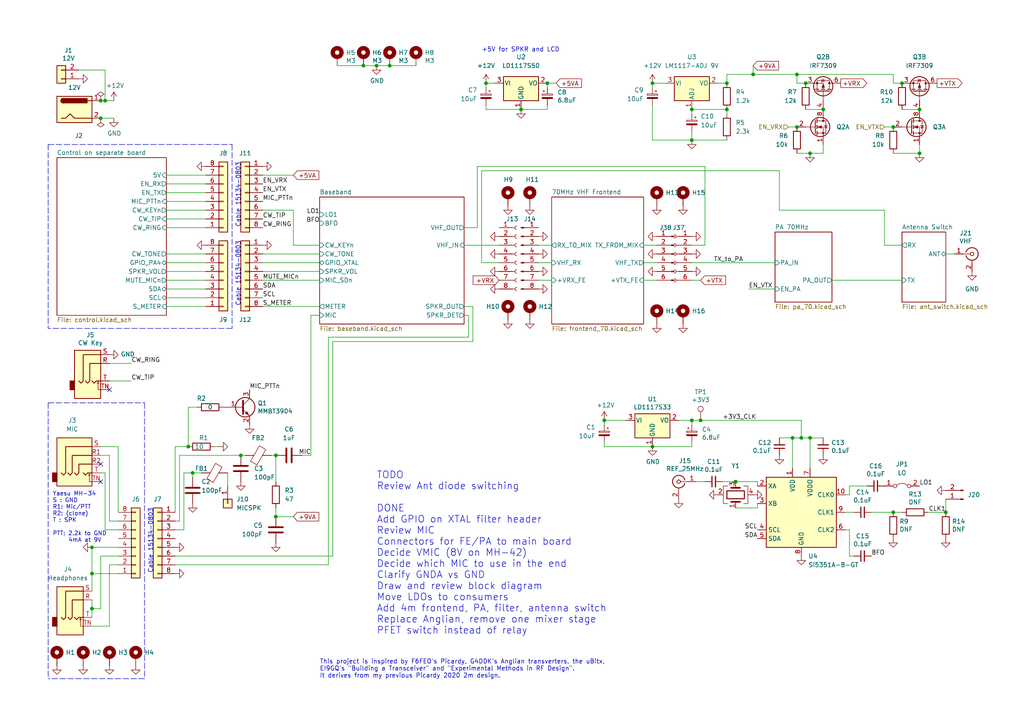
<source format=kicad_sch>
(kicad_sch (version 20211123) (generator eeschema)

  (uuid 7c83c304-769a-4be4-890e-297aba22b5b9)

  (paper "A4")

  (title_block
    (title "DART-70 TRX")
    (date "2023-02-02")
    (rev "0")
    (company "HB9EGM")
    (comment 1 "A 4m Band SSB/CW Transceiver")
  )

  

  (junction (at 232.41 127) (diameter 0) (color 0 0 0 0)
    (uuid 03889bb0-530a-4f17-942f-47bdd8c2143b)
  )
  (junction (at 29.21 29.21) (diameter 0) (color 0 0 0 0)
    (uuid 0a082e3d-5a37-45bf-9936-1925b33d6b4f)
  )
  (junction (at 233.68 24.13) (diameter 0) (color 0 0 0 0)
    (uuid 0d713598-e0d7-4b64-806d-d27b5ae84128)
  )
  (junction (at 259.08 148.59) (diameter 0) (color 0 0 0 0)
    (uuid 11ea7b85-b26d-4a7d-aaed-956352284452)
  )
  (junction (at 109.22 19.05) (diameter 0) (color 0 0 0 0)
    (uuid 130d74aa-cfde-4c45-8bfe-183aacd4590f)
  )
  (junction (at 266.7 44.45) (diameter 0) (color 0 0 0 0)
    (uuid 1379c036-b3e0-455b-b639-0f5dd015d03b)
  )
  (junction (at 210.82 24.13) (diameter 0) (color 0 0 0 0)
    (uuid 13b9a948-b29a-4475-8f42-f20ed3ed1c6a)
  )
  (junction (at 200.66 121.92) (diameter 0) (color 0 0 0 0)
    (uuid 1c29ab88-8089-4a9f-b0ec-e0493fb70d1a)
  )
  (junction (at 30.48 29.21) (diameter 0) (color 0 0 0 0)
    (uuid 248900dc-9b0b-4fb0-8b44-20e56324d88d)
  )
  (junction (at 29.21 34.29) (diameter 0) (color 0 0 0 0)
    (uuid 2bb5e7ab-7e6e-4e4b-8997-824caea277e9)
  )
  (junction (at 231.14 36.83) (diameter 0) (color 0 0 0 0)
    (uuid 2c691037-8de1-4537-a0ef-41ed59613839)
  )
  (junction (at 200.66 31.75) (diameter 0) (color 0 0 0 0)
    (uuid 398ec90b-61af-4d36-9539-63397d126e21)
  )
  (junction (at 210.82 31.75) (diameter 0) (color 0 0 0 0)
    (uuid 4242ccf2-3c4d-4a22-8247-2311c54121ff)
  )
  (junction (at 231.14 21.59) (diameter 0) (color 0 0 0 0)
    (uuid 4750ee37-26c3-426a-a03a-0a50ee4de791)
  )
  (junction (at 105.41 19.05) (diameter 0) (color 0 0 0 0)
    (uuid 48d3528f-d200-4dbf-87c6-2835721afb0e)
  )
  (junction (at 26.67 158.75) (diameter 0) (color 0 0 0 0)
    (uuid 4909e963-8ed8-4cc7-a752-cf9a746ceb8a)
  )
  (junction (at 175.26 121.92) (diameter 0) (color 0 0 0 0)
    (uuid 547281cc-eb15-43de-9560-1b10e39a19ed)
  )
  (junction (at 238.76 31.75) (diameter 0) (color 0 0 0 0)
    (uuid 5591956a-807b-4208-83a4-6327422e118a)
  )
  (junction (at 54.61 129.54) (diameter 0) (color 0 0 0 0)
    (uuid 5cc7d9f6-bcf8-4ce3-a388-e95342b89483)
  )
  (junction (at 26.67 176.53) (diameter 0) (color 0 0 0 0)
    (uuid 6b9394bd-5e58-42ea-a9a4-f58e854aea5c)
  )
  (junction (at 234.95 127) (diameter 0) (color 0 0 0 0)
    (uuid 7e67c67f-3a1d-491c-a9ea-d2c0b71576e9)
  )
  (junction (at 259.08 36.83) (diameter 0) (color 0 0 0 0)
    (uuid 906f16af-3f1b-4545-bda0-18ebce89ce96)
  )
  (junction (at 140.97 24.13) (diameter 0) (color 0 0 0 0)
    (uuid 91bb5e66-90e9-4aff-b233-5b8d53e4ad1c)
  )
  (junction (at 26.67 166.37) (diameter 0) (color 0 0 0 0)
    (uuid 9fb2ca3c-8612-4c01-a40b-6e7e5895a1a0)
  )
  (junction (at 189.23 24.13) (diameter 0) (color 0 0 0 0)
    (uuid a01cdcc4-8ed1-4b36-8702-1b68481a60d9)
  )
  (junction (at 200.66 40.64) (diameter 0) (color 0 0 0 0)
    (uuid a13e5fb2-5800-4421-9e39-63277f01a71d)
  )
  (junction (at 203.2 121.92) (diameter 0) (color 0 0 0 0)
    (uuid a99cd17b-9938-46df-92bb-88378a42ecd6)
  )
  (junction (at 274.32 148.59) (diameter 0) (color 0 0 0 0)
    (uuid a9fed849-c0d2-45ff-802c-7da3e4c52c0a)
  )
  (junction (at 189.23 129.54) (diameter 0) (color 0 0 0 0)
    (uuid b0c265f7-c716-45d5-8397-630db4d2cf65)
  )
  (junction (at 218.44 21.59) (diameter 0) (color 0 0 0 0)
    (uuid b48c282b-d280-4718-bf3a-caf683cb767c)
  )
  (junction (at 234.95 44.45) (diameter 0) (color 0 0 0 0)
    (uuid d26d0a63-c69d-4774-9fba-12ed686b99f6)
  )
  (junction (at 113.03 19.05) (diameter 0) (color 0 0 0 0)
    (uuid d4b4dbc7-e763-47b2-a6cb-b5c021db8bcc)
  )
  (junction (at 55.88 137.16) (diameter 0) (color 0 0 0 0)
    (uuid d4c3f5bf-47cb-4030-92b0-bec21d62f389)
  )
  (junction (at 261.62 24.13) (diameter 0) (color 0 0 0 0)
    (uuid d531b677-92b2-4589-8265-ffb9f0a9f471)
  )
  (junction (at 69.85 132.08) (diameter 0) (color 0 0 0 0)
    (uuid d7ecc3d2-2b6e-4e36-92b9-1b58fb257359)
  )
  (junction (at 80.01 132.08) (diameter 0) (color 0 0 0 0)
    (uuid d9abc64c-b691-4ece-b128-4f1d7b31754f)
  )
  (junction (at 158.75 24.13) (diameter 0) (color 0 0 0 0)
    (uuid eb69835d-9be6-45e6-b58c-d2902ddb8fb1)
  )
  (junction (at 266.7 31.75) (diameter 0) (color 0 0 0 0)
    (uuid eeabe6f1-2db7-4eed-bd0c-6e41b390284d)
  )
  (junction (at 80.01 149.86) (diameter 0) (color 0 0 0 0)
    (uuid ef105c45-a454-45c2-badb-d87d915177ef)
  )
  (junction (at 229.87 127) (diameter 0) (color 0 0 0 0)
    (uuid f747ec33-420b-45bc-9778-b4604b083211)
  )
  (junction (at 151.13 31.75) (diameter 0) (color 0 0 0 0)
    (uuid f74be2ca-c140-4c85-937a-a008e4f4ddb7)
  )
  (junction (at 213.36 139.7) (diameter 0) (color 0 0 0 0)
    (uuid f8c9e2c3-818f-482b-ad48-f9fb56a455b0)
  )

  (no_connect (at 29.21 139.7) (uuid 891b06d0-7775-40c2-8d16-5452402b91d5))
  (no_connect (at 31.75 113.03) (uuid 9e56fb84-5b0b-47eb-9ee7-e24e7c08829b))
  (no_connect (at 29.21 134.62) (uuid b2135387-8c57-44ac-8ab3-29b54b43f871))

  (wire (pts (xy 29.21 34.29) (xy 33.02 34.29))
    (stroke (width 0) (type default) (color 0 0 0 0))
    (uuid 002154dd-fd21-426e-8f51-d82382197384)
  )
  (wire (pts (xy 256.54 60.96) (xy 256.54 71.12))
    (stroke (width 0) (type default) (color 0 0 0 0))
    (uuid 0051a5cc-b7c8-41b6-8151-8600227de8e2)
  )
  (wire (pts (xy 80.01 132.08) (xy 80.01 139.7))
    (stroke (width 0) (type default) (color 0 0 0 0))
    (uuid 008a59ee-36fb-4f36-a8b0-5cc99b1e8598)
  )
  (wire (pts (xy 256.54 71.12) (xy 261.62 71.12))
    (stroke (width 0) (type default) (color 0 0 0 0))
    (uuid 0116339a-5f0d-4745-a575-44652fb7d9b0)
  )
  (wire (pts (xy 76.2 76.2) (xy 92.71 76.2))
    (stroke (width 0) (type default) (color 0 0 0 0))
    (uuid 0444269c-f636-4979-a74f-a6f628f157d3)
  )
  (wire (pts (xy 246.38 143.51) (xy 245.11 143.51))
    (stroke (width 0) (type default) (color 0 0 0 0))
    (uuid 05f6334e-7131-4999-b788-1681af60d6df)
  )
  (wire (pts (xy 218.44 21.59) (xy 210.82 21.59))
    (stroke (width 0) (type default) (color 0 0 0 0))
    (uuid 09d1af20-c357-48ec-a10f-915c880f15b6)
  )
  (wire (pts (xy 158.75 24.13) (xy 158.75 25.4))
    (stroke (width 0) (type default) (color 0 0 0 0))
    (uuid 09fbb099-19ff-4c9e-b717-ff9eedac992b)
  )
  (wire (pts (xy 140.97 30.48) (xy 140.97 31.75))
    (stroke (width 0) (type default) (color 0 0 0 0))
    (uuid 0a3a19af-7bfa-4df3-9b73-b98420c4a518)
  )
  (wire (pts (xy 105.41 19.05) (xy 109.22 19.05))
    (stroke (width 0) (type default) (color 0 0 0 0))
    (uuid 0aad0e8d-0747-412b-85ac-039bbac4ff5e)
  )
  (wire (pts (xy 266.7 41.91) (xy 266.7 44.45))
    (stroke (width 0) (type default) (color 0 0 0 0))
    (uuid 0b3a2a48-0270-494e-962a-3658a00a0875)
  )
  (wire (pts (xy 226.06 60.96) (xy 256.54 60.96))
    (stroke (width 0) (type default) (color 0 0 0 0))
    (uuid 0bdff19d-fbde-4835-a259-d36d2ec0e6fd)
  )
  (wire (pts (xy 232.41 127) (xy 234.95 127))
    (stroke (width 0) (type default) (color 0 0 0 0))
    (uuid 0dd7a947-881a-4477-b1f8-b88536ca8809)
  )
  (wire (pts (xy 48.26 76.2) (xy 59.69 76.2))
    (stroke (width 0) (type default) (color 0 0 0 0))
    (uuid 11114267-0a22-4468-9ba9-2433a5bea9a9)
  )
  (wire (pts (xy 175.26 121.92) (xy 175.26 123.19))
    (stroke (width 0) (type default) (color 0 0 0 0))
    (uuid 11b5652b-07d3-428f-98d5-c354cf3693b1)
  )
  (wire (pts (xy 140.97 31.75) (xy 151.13 31.75))
    (stroke (width 0) (type default) (color 0 0 0 0))
    (uuid 160e3a4c-588b-4e79-ac75-f98bf80b7e0b)
  )
  (wire (pts (xy 85.09 50.8) (xy 76.2 50.8))
    (stroke (width 0) (type default) (color 0 0 0 0))
    (uuid 16f4aa89-10b3-4c19-aee2-b110182c6854)
  )
  (wire (pts (xy 200.66 121.92) (xy 203.2 121.92))
    (stroke (width 0) (type default) (color 0 0 0 0))
    (uuid 17ba5b19-2b5b-474e-9c14-1c7d35991587)
  )
  (wire (pts (xy 210.82 31.75) (xy 210.82 33.02))
    (stroke (width 0) (type default) (color 0 0 0 0))
    (uuid 17fc291b-23f9-4de7-9168-978b13dcd03c)
  )
  (wire (pts (xy 50.8 148.59) (xy 50.8 129.54))
    (stroke (width 0) (type default) (color 0 0 0 0))
    (uuid 181facd7-c73d-4cb5-8e0f-0267ca40cf15)
  )
  (wire (pts (xy 53.34 153.67) (xy 53.34 137.16))
    (stroke (width 0) (type default) (color 0 0 0 0))
    (uuid 1869a25a-7405-4101-9da6-55f7c1e87e39)
  )
  (wire (pts (xy 26.67 166.37) (xy 34.29 166.37))
    (stroke (width 0) (type default) (color 0 0 0 0))
    (uuid 1bcf4a11-4c4f-42b8-9e84-ad79d97ffe8f)
  )
  (wire (pts (xy 48.26 88.9) (xy 59.69 88.9))
    (stroke (width 0) (type default) (color 0 0 0 0))
    (uuid 1de35109-2490-47e3-8be5-ab22f13c6848)
  )
  (wire (pts (xy 48.26 50.8) (xy 59.69 50.8))
    (stroke (width 0) (type default) (color 0 0 0 0))
    (uuid 1ef50cec-8701-41c9-a796-aac175c3bcb1)
  )
  (wire (pts (xy 193.04 24.13) (xy 189.23 24.13))
    (stroke (width 0) (type default) (color 0 0 0 0))
    (uuid 2199bdfc-0462-4363-af5e-16d8e19d600a)
  )
  (wire (pts (xy 95.25 97.79) (xy 95.25 163.83))
    (stroke (width 0) (type default) (color 0 0 0 0))
    (uuid 227082fc-081f-46f9-b11d-3c272a90673e)
  )
  (polyline (pts (xy 13.97 116.84) (xy 41.91 116.84))
    (stroke (width 0) (type default) (color 0 0 0 0))
    (uuid 246d8c70-0329-4f4d-9351-49df120458af)
  )

  (wire (pts (xy 175.26 121.92) (xy 181.61 121.92))
    (stroke (width 0) (type default) (color 0 0 0 0))
    (uuid 28eca374-9b5c-4480-a1a6-52ddcbb57db2)
  )
  (wire (pts (xy 245.11 148.59) (xy 247.65 148.59))
    (stroke (width 0) (type default) (color 0 0 0 0))
    (uuid 2a86319a-5a94-4745-ad80-6b5c02f72e82)
  )
  (polyline (pts (xy 67.31 41.91) (xy 67.31 95.25))
    (stroke (width 0) (type default) (color 0 0 0 0))
    (uuid 2df6f517-3da3-4761-bd39-ad71c01eb424)
  )

  (wire (pts (xy 158.75 24.13) (xy 161.29 24.13))
    (stroke (width 0) (type default) (color 0 0 0 0))
    (uuid 2ea38bc3-7d3b-428e-a271-404ee98e752b)
  )
  (wire (pts (xy 135.89 91.44) (xy 135.89 97.79))
    (stroke (width 0) (type default) (color 0 0 0 0))
    (uuid 2f9b686c-0a8f-432b-9e90-c788e62691c6)
  )
  (wire (pts (xy 76.2 88.9) (xy 92.71 88.9))
    (stroke (width 0) (type default) (color 0 0 0 0))
    (uuid 311d4ef9-a0ea-4e8e-b65b-70e91af2608e)
  )
  (wire (pts (xy 200.66 40.64) (xy 210.82 40.64))
    (stroke (width 0) (type default) (color 0 0 0 0))
    (uuid 33f01d9a-6abc-40a9-9b6b-d34bddbf731f)
  )
  (wire (pts (xy 256.54 36.83) (xy 259.08 36.83))
    (stroke (width 0) (type default) (color 0 0 0 0))
    (uuid 345987da-5aa5-4c5e-90e1-ddf0086ed5fb)
  )
  (wire (pts (xy 50.8 161.29) (xy 96.52 161.29))
    (stroke (width 0) (type default) (color 0 0 0 0))
    (uuid 361f9eaf-2e29-4825-b35a-439064c6d2db)
  )
  (wire (pts (xy 139.7 76.2) (xy 144.78 76.2))
    (stroke (width 0) (type default) (color 0 0 0 0))
    (uuid 3a4811bf-b539-4978-b0d8-fe47f179161b)
  )
  (wire (pts (xy 134.62 66.04) (xy 138.43 66.04))
    (stroke (width 0) (type default) (color 0 0 0 0))
    (uuid 3ee41aac-558c-43a3-a816-e31001ae8352)
  )
  (wire (pts (xy 48.26 53.34) (xy 59.69 53.34))
    (stroke (width 0) (type default) (color 0 0 0 0))
    (uuid 3f726201-a2b0-494c-bb67-0bed26cc560f)
  )
  (wire (pts (xy 34.29 158.75) (xy 26.67 158.75))
    (stroke (width 0) (type default) (color 0 0 0 0))
    (uuid 4112aabb-0408-4a3a-9841-f57862637df1)
  )
  (wire (pts (xy 203.2 121.92) (xy 232.41 121.92))
    (stroke (width 0) (type default) (color 0 0 0 0))
    (uuid 4352329b-0bea-46d5-b530-75bbd8a0b1ef)
  )
  (wire (pts (xy 158.75 31.75) (xy 151.13 31.75))
    (stroke (width 0) (type default) (color 0 0 0 0))
    (uuid 443127ca-ab31-4ac0-90cc-723625487807)
  )
  (wire (pts (xy 208.28 24.13) (xy 210.82 24.13))
    (stroke (width 0) (type default) (color 0 0 0 0))
    (uuid 4435e8ff-b63e-4b32-81db-49caa0dd6c5f)
  )
  (wire (pts (xy 48.26 55.88) (xy 59.69 55.88))
    (stroke (width 0) (type default) (color 0 0 0 0))
    (uuid 475d7116-2e26-4a72-942e-766ab472ca0d)
  )
  (polyline (pts (xy 41.91 116.84) (xy 41.91 196.85))
    (stroke (width 0) (type default) (color 0 0 0 0))
    (uuid 4b105a5f-5ed5-49ae-8bb9-f1d8c5566b50)
  )

  (wire (pts (xy 135.89 97.79) (xy 95.25 97.79))
    (stroke (width 0) (type default) (color 0 0 0 0))
    (uuid 4c2ca5f1-ff49-468e-a870-b80100e1827e)
  )
  (wire (pts (xy 210.82 21.59) (xy 210.82 24.13))
    (stroke (width 0) (type default) (color 0 0 0 0))
    (uuid 4c57c394-f97c-4a0b-80d4-0b5157781c3b)
  )
  (wire (pts (xy 261.62 31.75) (xy 266.7 31.75))
    (stroke (width 0) (type default) (color 0 0 0 0))
    (uuid 4d5acc98-17ff-4e60-af52-349a1269dddf)
  )
  (wire (pts (xy 139.7 49.53) (xy 139.7 76.2))
    (stroke (width 0) (type default) (color 0 0 0 0))
    (uuid 4ecfe5c5-d7fc-4d05-be28-1ed42c507ec3)
  )
  (wire (pts (xy 229.87 127) (xy 232.41 127))
    (stroke (width 0) (type default) (color 0 0 0 0))
    (uuid 5130484e-13a2-434f-935d-3be30d7a93c9)
  )
  (wire (pts (xy 156.21 81.28) (xy 160.02 81.28))
    (stroke (width 0) (type default) (color 0 0 0 0))
    (uuid 52d9d6dd-4266-418b-bf9a-446977053e6f)
  )
  (wire (pts (xy 29.21 161.29) (xy 29.21 176.53))
    (stroke (width 0) (type default) (color 0 0 0 0))
    (uuid 53bb37bd-6ad6-430f-b5e5-21e40448d528)
  )
  (wire (pts (xy 29.21 176.53) (xy 26.67 176.53))
    (stroke (width 0) (type default) (color 0 0 0 0))
    (uuid 568b5dd5-7629-4c3d-9388-eaa54c2762b1)
  )
  (wire (pts (xy 48.26 78.74) (xy 59.69 78.74))
    (stroke (width 0) (type default) (color 0 0 0 0))
    (uuid 56cb3f92-2c0e-42ee-84b9-de64810b5c8d)
  )
  (wire (pts (xy 97.79 19.05) (xy 105.41 19.05))
    (stroke (width 0) (type default) (color 0 0 0 0))
    (uuid 579d81c4-8fa6-40d5-b99a-d160787b45b9)
  )
  (wire (pts (xy 50.8 153.67) (xy 53.34 153.67))
    (stroke (width 0) (type default) (color 0 0 0 0))
    (uuid 58e4fb93-6235-473b-af92-bf79be065bda)
  )
  (wire (pts (xy 29.21 132.08) (xy 31.75 132.08))
    (stroke (width 0) (type default) (color 0 0 0 0))
    (uuid 59af70e6-5e6f-4213-8799-5a44b525739b)
  )
  (wire (pts (xy 204.47 48.26) (xy 204.47 71.12))
    (stroke (width 0) (type default) (color 0 0 0 0))
    (uuid 5a05460d-15bc-4058-86e6-a6bff5598db7)
  )
  (wire (pts (xy 218.44 19.05) (xy 218.44 21.59))
    (stroke (width 0) (type default) (color 0 0 0 0))
    (uuid 5afca071-0542-406b-83f5-f8ed30e05c4c)
  )
  (wire (pts (xy 138.43 48.26) (xy 204.47 48.26))
    (stroke (width 0) (type default) (color 0 0 0 0))
    (uuid 5c0ae8f2-fb0b-4cbf-bd78-f6131c18140d)
  )
  (wire (pts (xy 134.62 91.44) (xy 135.89 91.44))
    (stroke (width 0) (type default) (color 0 0 0 0))
    (uuid 5c0d735a-ca1c-4202-8faf-02e515d1181f)
  )
  (wire (pts (xy 76.2 78.74) (xy 92.71 78.74))
    (stroke (width 0) (type default) (color 0 0 0 0))
    (uuid 5cd8bda4-22ef-4084-8249-44fe15f1fc0e)
  )
  (wire (pts (xy 259.08 21.59) (xy 231.14 21.59))
    (stroke (width 0) (type default) (color 0 0 0 0))
    (uuid 5ea05504-bb96-4847-90cf-26cb1afd4244)
  )
  (wire (pts (xy 66.04 137.16) (xy 66.04 140.97))
    (stroke (width 0) (type default) (color 0 0 0 0))
    (uuid 601c5479-68c8-4d7c-bbde-860bd11a7597)
  )
  (wire (pts (xy 31.75 151.13) (xy 34.29 151.13))
    (stroke (width 0) (type default) (color 0 0 0 0))
    (uuid 6123b0cd-d677-4963-a353-8d6b35692422)
  )
  (polyline (pts (xy 41.91 196.85) (xy 13.97 196.85))
    (stroke (width 0) (type default) (color 0 0 0 0))
    (uuid 6188cf07-9c8d-498a-9db9-9718888dfe39)
  )

  (wire (pts (xy 251.46 140.97) (xy 246.38 140.97))
    (stroke (width 0) (type default) (color 0 0 0 0))
    (uuid 64e90390-0f4c-4cc1-bafa-363ce23516e9)
  )
  (wire (pts (xy 246.38 161.29) (xy 246.38 153.67))
    (stroke (width 0) (type default) (color 0 0 0 0))
    (uuid 65dd0601-a23d-4c5d-b924-966fc498cbfc)
  )
  (wire (pts (xy 137.16 99.06) (xy 96.52 99.06))
    (stroke (width 0) (type default) (color 0 0 0 0))
    (uuid 67fd3f09-ff5e-4560-b9cb-23649083a340)
  )
  (wire (pts (xy 238.76 44.45) (xy 234.95 44.45))
    (stroke (width 0) (type default) (color 0 0 0 0))
    (uuid 67fd7240-7a2e-4504-8c70-47b3112c634e)
  )
  (wire (pts (xy 26.67 166.37) (xy 26.67 171.45))
    (stroke (width 0) (type default) (color 0 0 0 0))
    (uuid 696f862b-a951-463f-ad29-011c067090d6)
  )
  (wire (pts (xy 246.38 153.67) (xy 245.11 153.67))
    (stroke (width 0) (type default) (color 0 0 0 0))
    (uuid 699bee8c-8bc3-4aa6-b4ed-0aa4d255078a)
  )
  (wire (pts (xy 234.95 127) (xy 234.95 135.89))
    (stroke (width 0) (type default) (color 0 0 0 0))
    (uuid 6b09c60c-c53b-47dd-b8b8-94f682cd2086)
  )
  (wire (pts (xy 48.26 81.28) (xy 59.69 81.28))
    (stroke (width 0) (type default) (color 0 0 0 0))
    (uuid 6c2583d2-6254-4856-a6b8-160d5f6a3f99)
  )
  (wire (pts (xy 50.8 151.13) (xy 52.07 151.13))
    (stroke (width 0) (type default) (color 0 0 0 0))
    (uuid 6cc72bfd-2651-4e90-af42-5d6cec3950c1)
  )
  (wire (pts (xy 26.67 173.99) (xy 26.67 176.53))
    (stroke (width 0) (type default) (color 0 0 0 0))
    (uuid 7019dafb-64b4-4e22-837e-9f37341a0157)
  )
  (wire (pts (xy 55.88 137.16) (xy 58.42 137.16))
    (stroke (width 0) (type default) (color 0 0 0 0))
    (uuid 735e33ba-0601-4acb-983d-1656020ec14e)
  )
  (wire (pts (xy 259.08 24.13) (xy 261.62 24.13))
    (stroke (width 0) (type default) (color 0 0 0 0))
    (uuid 73697aae-1f79-401a-bdaa-9ebc2f2340de)
  )
  (wire (pts (xy 140.97 24.13) (xy 140.97 25.4))
    (stroke (width 0) (type default) (color 0 0 0 0))
    (uuid 7471700d-9a5d-406e-b9fc-bdeed49379fa)
  )
  (wire (pts (xy 30.48 29.21) (xy 33.02 29.21))
    (stroke (width 0) (type default) (color 0 0 0 0))
    (uuid 74760d5b-303c-4603-ac2e-6b5209546581)
  )
  (polyline (pts (xy 13.97 116.84) (xy 13.97 196.85))
    (stroke (width 0) (type default) (color 0 0 0 0))
    (uuid 74e37401-14d3-4e3c-84ed-7ddb4d75b44f)
  )

  (wire (pts (xy 29.21 129.54) (xy 34.29 129.54))
    (stroke (width 0) (type default) (color 0 0 0 0))
    (uuid 754f923b-5aa7-4d87-b589-d53346af6023)
  )
  (wire (pts (xy 156.21 76.2) (xy 160.02 76.2))
    (stroke (width 0) (type default) (color 0 0 0 0))
    (uuid 7887f659-7796-4d20-b8ec-45fe37db4d3b)
  )
  (wire (pts (xy 22.86 20.32) (xy 30.48 20.32))
    (stroke (width 0) (type default) (color 0 0 0 0))
    (uuid 79aced1b-30d4-4883-86bf-8a38d664736a)
  )
  (wire (pts (xy 134.62 71.12) (xy 144.78 71.12))
    (stroke (width 0) (type default) (color 0 0 0 0))
    (uuid 7b959fed-4370-4448-9d17-fbc4f5703c60)
  )
  (wire (pts (xy 252.73 148.59) (xy 259.08 148.59))
    (stroke (width 0) (type default) (color 0 0 0 0))
    (uuid 7d4200e5-e280-4699-af56-048ba84247d3)
  )
  (wire (pts (xy 71.12 132.08) (xy 69.85 132.08))
    (stroke (width 0) (type default) (color 0 0 0 0))
    (uuid 7fcd6903-4017-464e-a708-1e51b67dd39f)
  )
  (wire (pts (xy 26.67 158.75) (xy 26.67 166.37))
    (stroke (width 0) (type default) (color 0 0 0 0))
    (uuid 80203512-93fd-487a-a00c-1916502463c3)
  )
  (wire (pts (xy 137.16 88.9) (xy 137.16 99.06))
    (stroke (width 0) (type default) (color 0 0 0 0))
    (uuid 812f91c0-f736-4383-bfee-2790347c3abf)
  )
  (wire (pts (xy 80.01 149.86) (xy 85.09 149.86))
    (stroke (width 0) (type default) (color 0 0 0 0))
    (uuid 816e41e9-8ef8-4e70-a70f-02175bdc97c4)
  )
  (polyline (pts (xy 13.97 41.91) (xy 13.97 95.25))
    (stroke (width 0) (type default) (color 0 0 0 0))
    (uuid 834eed63-98bc-4692-be8a-6868d5c838d4)
  )

  (wire (pts (xy 48.26 66.04) (xy 59.69 66.04))
    (stroke (width 0) (type default) (color 0 0 0 0))
    (uuid 836458d9-8a3b-4d53-aaf1-9cc6ec2305f2)
  )
  (wire (pts (xy 234.95 44.45) (xy 231.14 44.45))
    (stroke (width 0) (type default) (color 0 0 0 0))
    (uuid 86c60f4b-4421-4865-beff-ed93adca8ac2)
  )
  (wire (pts (xy 186.69 76.2) (xy 190.5 76.2))
    (stroke (width 0) (type default) (color 0 0 0 0))
    (uuid 89f5cd17-8501-4243-bc98-0e8a1aab3a95)
  )
  (wire (pts (xy 34.29 129.54) (xy 34.29 148.59))
    (stroke (width 0) (type default) (color 0 0 0 0))
    (uuid 8b36f37f-a068-4636-8967-22103b343d70)
  )
  (wire (pts (xy 76.2 81.28) (xy 92.71 81.28))
    (stroke (width 0) (type default) (color 0 0 0 0))
    (uuid 8b38ff0f-fed5-4ee4-8847-6ec4f4b389a9)
  )
  (wire (pts (xy 48.26 86.36) (xy 59.69 86.36))
    (stroke (width 0) (type default) (color 0 0 0 0))
    (uuid 8c8438c2-dfb5-4131-857c-1ad8997220ea)
  )
  (wire (pts (xy 247.65 161.29) (xy 246.38 161.29))
    (stroke (width 0) (type default) (color 0 0 0 0))
    (uuid 8e0abe23-8e7e-48a9-af11-f26197bd8fbf)
  )
  (wire (pts (xy 189.23 30.48) (xy 189.23 40.64))
    (stroke (width 0) (type default) (color 0 0 0 0))
    (uuid 8f5c2a3a-b2da-434e-8810-9da52a5e413a)
  )
  (wire (pts (xy 134.62 88.9) (xy 137.16 88.9))
    (stroke (width 0) (type default) (color 0 0 0 0))
    (uuid 906c4fbb-4fdd-48c5-aa07-85c56299e46a)
  )
  (wire (pts (xy 80.01 147.32) (xy 80.01 149.86))
    (stroke (width 0) (type default) (color 0 0 0 0))
    (uuid 91c438b1-678d-4a85-be0e-771bfbc58931)
  )
  (wire (pts (xy 233.68 31.75) (xy 238.76 31.75))
    (stroke (width 0) (type default) (color 0 0 0 0))
    (uuid 92dfb53a-5556-47b1-8088-214aebbc803d)
  )
  (wire (pts (xy 92.71 91.44) (xy 90.17 91.44))
    (stroke (width 0) (type default) (color 0 0 0 0))
    (uuid 935427ba-97bd-4319-b38c-51b473619c8a)
  )
  (wire (pts (xy 158.75 30.48) (xy 158.75 31.75))
    (stroke (width 0) (type default) (color 0 0 0 0))
    (uuid 96e30a9c-78b6-4d1a-bc72-6cbdc7743876)
  )
  (wire (pts (xy 90.17 91.44) (xy 90.17 132.08))
    (stroke (width 0) (type default) (color 0 0 0 0))
    (uuid 9792cf44-3261-4d9f-8ae0-31fdeec0dc70)
  )
  (wire (pts (xy 31.75 151.13) (xy 31.75 132.08))
    (stroke (width 0) (type default) (color 0 0 0 0))
    (uuid 98ea83ac-41c6-4b7d-be63-41372bbd6e24)
  )
  (wire (pts (xy 175.26 128.27) (xy 175.26 129.54))
    (stroke (width 0) (type default) (color 0 0 0 0))
    (uuid 99f8394d-1325-4f0e-9ed0-19dceab6e1f9)
  )
  (wire (pts (xy 52.07 132.08) (xy 69.85 132.08))
    (stroke (width 0) (type default) (color 0 0 0 0))
    (uuid 9c3d736f-f850-40b5-83bf-bf71ce2d8e7c)
  )
  (wire (pts (xy 96.52 99.06) (xy 96.52 161.29))
    (stroke (width 0) (type default) (color 0 0 0 0))
    (uuid 9c4c0112-7564-4034-996a-b0e56c2141a6)
  )
  (wire (pts (xy 186.69 71.12) (xy 190.5 71.12))
    (stroke (width 0) (type default) (color 0 0 0 0))
    (uuid 9d00ede8-7480-44d8-b21e-d16dd17b75ac)
  )
  (wire (pts (xy 238.76 127) (xy 234.95 127))
    (stroke (width 0) (type default) (color 0 0 0 0))
    (uuid 9d3a7a2b-8bae-4d82-8634-16a99f57e389)
  )
  (wire (pts (xy 228.6 36.83) (xy 231.14 36.83))
    (stroke (width 0) (type default) (color 0 0 0 0))
    (uuid a057c374-c462-4764-bd16-2c00eef92afa)
  )
  (wire (pts (xy 31.75 105.41) (xy 38.1 105.41))
    (stroke (width 0) (type default) (color 0 0 0 0))
    (uuid a1abde39-78d5-402d-bb1c-75243c61d29b)
  )
  (wire (pts (xy 48.26 58.42) (xy 59.69 58.42))
    (stroke (width 0) (type default) (color 0 0 0 0))
    (uuid a2c10dec-c0b0-471a-b75e-c1a8452900c1)
  )
  (wire (pts (xy 232.41 121.92) (xy 232.41 127))
    (stroke (width 0) (type default) (color 0 0 0 0))
    (uuid a39008b0-0dd6-44dc-b176-ab03b6874ae7)
  )
  (wire (pts (xy 274.32 73.66) (xy 276.86 73.66))
    (stroke (width 0) (type default) (color 0 0 0 0))
    (uuid a43beeeb-0d60-44c9-bc6b-40c9e75459e8)
  )
  (wire (pts (xy 78.74 132.08) (xy 80.01 132.08))
    (stroke (width 0) (type default) (color 0 0 0 0))
    (uuid a5f4f26e-4b82-496f-b7bb-4ed4211f8100)
  )
  (wire (pts (xy 175.26 129.54) (xy 189.23 129.54))
    (stroke (width 0) (type default) (color 0 0 0 0))
    (uuid a69bb6f5-978b-49bb-9446-4ec9cfe4501e)
  )
  (wire (pts (xy 259.08 21.59) (xy 259.08 24.13))
    (stroke (width 0) (type default) (color 0 0 0 0))
    (uuid a7349b87-3477-4ba5-bc62-3587f94ab817)
  )
  (wire (pts (xy 55.88 138.43) (xy 55.88 137.16))
    (stroke (width 0) (type default) (color 0 0 0 0))
    (uuid a8d341ec-3332-4d82-8a1f-e52e32f564f1)
  )
  (wire (pts (xy 53.34 137.16) (xy 55.88 137.16))
    (stroke (width 0) (type default) (color 0 0 0 0))
    (uuid a9276ad3-2500-44c6-895a-e842a0033021)
  )
  (wire (pts (xy 30.48 153.67) (xy 30.48 137.16))
    (stroke (width 0) (type default) (color 0 0 0 0))
    (uuid a99a526a-0727-4d5d-b793-47c299fd72ba)
  )
  (wire (pts (xy 48.26 83.82) (xy 59.69 83.82))
    (stroke (width 0) (type default) (color 0 0 0 0))
    (uuid ac0ae1b6-d482-4675-aec8-4c2f8c7318db)
  )
  (wire (pts (xy 138.43 66.04) (xy 138.43 48.26))
    (stroke (width 0) (type default) (color 0 0 0 0))
    (uuid ad195d4d-ed76-4a26-ac30-01da417bd64b)
  )
  (wire (pts (xy 231.14 21.59) (xy 218.44 21.59))
    (stroke (width 0) (type default) (color 0 0 0 0))
    (uuid ad76707e-1f2e-4941-86a0-50951acd24bc)
  )
  (wire (pts (xy 189.23 40.64) (xy 200.66 40.64))
    (stroke (width 0) (type default) (color 0 0 0 0))
    (uuid aed0a299-8aa6-4a50-b993-c38efe5fdd7a)
  )
  (wire (pts (xy 217.17 83.82) (xy 224.79 83.82))
    (stroke (width 0) (type default) (color 0 0 0 0))
    (uuid b056317e-32ca-4f2d-b310-fc1492cc5060)
  )
  (wire (pts (xy 189.23 24.13) (xy 189.23 25.4))
    (stroke (width 0) (type default) (color 0 0 0 0))
    (uuid b1ea2466-2371-4b96-9289-6c42e0f0b899)
  )
  (wire (pts (xy 52.07 151.13) (xy 52.07 132.08))
    (stroke (width 0) (type default) (color 0 0 0 0))
    (uuid b32653e4-7801-40ea-b61b-f0311c01d3b4)
  )
  (polyline (pts (xy 13.97 41.91) (xy 67.31 41.91))
    (stroke (width 0) (type default) (color 0 0 0 0))
    (uuid b3f67849-c79e-4262-b803-d461d1887604)
  )
  (polyline (pts (xy 67.31 95.25) (xy 13.97 95.25))
    (stroke (width 0) (type default) (color 0 0 0 0))
    (uuid b415a656-e3e5-4629-aa6c-6a23a847c576)
  )

  (wire (pts (xy 266.7 44.45) (xy 259.08 44.45))
    (stroke (width 0) (type default) (color 0 0 0 0))
    (uuid b5cbe891-dcdf-4951-8f0a-b2c28e4293cd)
  )
  (wire (pts (xy 48.26 63.5) (xy 59.69 63.5))
    (stroke (width 0) (type default) (color 0 0 0 0))
    (uuid bb13b6c6-7b88-4971-969d-518c0a6e43cc)
  )
  (wire (pts (xy 231.14 24.13) (xy 233.68 24.13))
    (stroke (width 0) (type default) (color 0 0 0 0))
    (uuid bb78f99c-6783-4afe-a661-68817d4180ab)
  )
  (wire (pts (xy 246.38 140.97) (xy 246.38 143.51))
    (stroke (width 0) (type default) (color 0 0 0 0))
    (uuid bcb20d96-4c0e-4c98-a263-0cdd41ab15e5)
  )
  (wire (pts (xy 200.66 38.1) (xy 200.66 40.64))
    (stroke (width 0) (type default) (color 0 0 0 0))
    (uuid bda7a16e-b931-4d51-b769-ff5809beef5f)
  )
  (wire (pts (xy 48.26 60.96) (xy 59.69 60.96))
    (stroke (width 0) (type default) (color 0 0 0 0))
    (uuid bfce1213-d511-4811-bc9d-beb994b8b9fe)
  )
  (wire (pts (xy 31.75 163.83) (xy 31.75 181.61))
    (stroke (width 0) (type default) (color 0 0 0 0))
    (uuid c0738ee3-5ef6-48be-9a20-f10b8cdc3a6d)
  )
  (wire (pts (xy 34.29 161.29) (xy 29.21 161.29))
    (stroke (width 0) (type default) (color 0 0 0 0))
    (uuid c12b5903-2f75-49c3-8332-69e02fb1aff7)
  )
  (wire (pts (xy 229.87 127) (xy 229.87 135.89))
    (stroke (width 0) (type default) (color 0 0 0 0))
    (uuid c24d03f2-5bff-4d74-88e5-481cd2f1e035)
  )
  (wire (pts (xy 274.32 148.59) (xy 274.32 144.78))
    (stroke (width 0) (type default) (color 0 0 0 0))
    (uuid c48e879f-0b64-4f86-a8cf-003dbff29c4e)
  )
  (wire (pts (xy 226.06 49.53) (xy 226.06 60.96))
    (stroke (width 0) (type default) (color 0 0 0 0))
    (uuid c4edda47-532d-4e95-9fc8-38bd0ed58dfb)
  )
  (wire (pts (xy 186.69 81.28) (xy 190.5 81.28))
    (stroke (width 0) (type default) (color 0 0 0 0))
    (uuid c64a6907-65ea-4d9f-8271-b12257b06b60)
  )
  (wire (pts (xy 76.2 73.66) (xy 92.71 73.66))
    (stroke (width 0) (type default) (color 0 0 0 0))
    (uuid cb987807-5979-49b5-8522-334a69d0b59b)
  )
  (wire (pts (xy 261.62 148.59) (xy 259.08 148.59))
    (stroke (width 0) (type default) (color 0 0 0 0))
    (uuid cbbfb5e5-7e85-4367-b6a7-9b21fc6d9e17)
  )
  (wire (pts (xy 139.7 49.53) (xy 226.06 49.53))
    (stroke (width 0) (type default) (color 0 0 0 0))
    (uuid cbd19eae-411c-4ba9-9265-3a6ab1b93364)
  )
  (wire (pts (xy 213.36 147.32) (xy 219.71 147.32))
    (stroke (width 0) (type default) (color 0 0 0 0))
    (uuid cc89f37d-2221-4ee8-a763-21432c733f93)
  )
  (wire (pts (xy 196.85 121.92) (xy 200.66 121.92))
    (stroke (width 0) (type default) (color 0 0 0 0))
    (uuid cdc3b2bb-9f60-476c-ac94-bf550b6e7b5e)
  )
  (wire (pts (xy 238.76 41.91) (xy 238.76 44.45))
    (stroke (width 0) (type default) (color 0 0 0 0))
    (uuid cdf8245b-2e03-441d-8536-8e14a3d0d2ff)
  )
  (wire (pts (xy 226.06 127) (xy 229.87 127))
    (stroke (width 0) (type default) (color 0 0 0 0))
    (uuid ceb52c7a-a12c-449a-be98-109b3a3bd409)
  )
  (wire (pts (xy 34.29 163.83) (xy 31.75 163.83))
    (stroke (width 0) (type default) (color 0 0 0 0))
    (uuid d1791382-8e9e-408d-8461-11f5ded4ad48)
  )
  (wire (pts (xy 29.21 29.21) (xy 30.48 29.21))
    (stroke (width 0) (type default) (color 0 0 0 0))
    (uuid d18620ef-44b4-47e8-b939-bb0398e91c85)
  )
  (wire (pts (xy 57.15 118.11) (xy 54.61 118.11))
    (stroke (width 0) (type default) (color 0 0 0 0))
    (uuid d1ce4cd2-0109-47a9-93f8-38c475604c2d)
  )
  (wire (pts (xy 87.63 132.08) (xy 90.17 132.08))
    (stroke (width 0) (type default) (color 0 0 0 0))
    (uuid d3155823-164e-414b-a9b1-daa66df8bb6f)
  )
  (wire (pts (xy 203.2 81.28) (xy 200.66 81.28))
    (stroke (width 0) (type default) (color 0 0 0 0))
    (uuid d3a84e57-57ed-4e86-bbef-110f27537e2d)
  )
  (wire (pts (xy 85.09 60.96) (xy 76.2 60.96))
    (stroke (width 0) (type default) (color 0 0 0 0))
    (uuid d4dea28c-2f1d-4f2b-9141-90634cbd9401)
  )
  (wire (pts (xy 219.71 139.7) (xy 219.71 140.97))
    (stroke (width 0) (type default) (color 0 0 0 0))
    (uuid d51dda35-7a1a-4d41-817a-7bb1f7f6ffd4)
  )
  (wire (pts (xy 109.22 19.05) (xy 113.03 19.05))
    (stroke (width 0) (type default) (color 0 0 0 0))
    (uuid d5d26400-826e-40a5-a7b1-6a9ebbaedfb4)
  )
  (wire (pts (xy 204.47 71.12) (xy 200.66 71.12))
    (stroke (width 0) (type default) (color 0 0 0 0))
    (uuid d6359d4b-1c12-4663-b116-45be3135a185)
  )
  (wire (pts (xy 48.26 73.66) (xy 59.69 73.66))
    (stroke (width 0) (type default) (color 0 0 0 0))
    (uuid dc5747ab-76be-4b9c-9c8e-2d26c29683ce)
  )
  (wire (pts (xy 241.3 81.28) (xy 261.62 81.28))
    (stroke (width 0) (type default) (color 0 0 0 0))
    (uuid dd34928a-03c5-4a5d-a033-92155af70ac7)
  )
  (wire (pts (xy 140.97 24.13) (xy 143.51 24.13))
    (stroke (width 0) (type default) (color 0 0 0 0))
    (uuid dd927172-6a9a-406f-a951-4e7f78cebb7b)
  )
  (wire (pts (xy 85.09 71.12) (xy 85.09 60.96))
    (stroke (width 0) (type default) (color 0 0 0 0))
    (uuid de3779df-679b-4989-96e3-142247b3a611)
  )
  (wire (pts (xy 113.03 19.05) (xy 120.65 19.05))
    (stroke (width 0) (type default) (color 0 0 0 0))
    (uuid dfd58d9e-0c03-4a20-9983-0d32c26093d8)
  )
  (wire (pts (xy 29.21 137.16) (xy 30.48 137.16))
    (stroke (width 0) (type default) (color 0 0 0 0))
    (uuid e0b9a722-e170-4302-a4fd-5e8753db7507)
  )
  (wire (pts (xy 26.67 176.53) (xy 26.67 179.07))
    (stroke (width 0) (type default) (color 0 0 0 0))
    (uuid e13bdf92-8a8e-480a-979d-89eb54f62599)
  )
  (wire (pts (xy 30.48 153.67) (xy 34.29 153.67))
    (stroke (width 0) (type default) (color 0 0 0 0))
    (uuid e14c95a1-54f8-45dd-a1c7-754772fa0aa1)
  )
  (wire (pts (xy 200.66 76.2) (xy 224.79 76.2))
    (stroke (width 0) (type default) (color 0 0 0 0))
    (uuid e172e707-37ee-4eca-bafc-b341a9ceabaa)
  )
  (wire (pts (xy 50.8 163.83) (xy 95.25 163.83))
    (stroke (width 0) (type default) (color 0 0 0 0))
    (uuid e176270a-9085-4242-b7c7-9ea9ab078583)
  )
  (wire (pts (xy 189.23 129.54) (xy 200.66 129.54))
    (stroke (width 0) (type default) (color 0 0 0 0))
    (uuid e264f0d9-6386-4838-a810-81df8032f681)
  )
  (wire (pts (xy 30.48 20.32) (xy 30.48 29.21))
    (stroke (width 0) (type default) (color 0 0 0 0))
    (uuid e49f1b40-a83b-4b72-93d7-dd44349357c4)
  )
  (wire (pts (xy 31.75 110.49) (xy 38.1 110.49))
    (stroke (width 0) (type default) (color 0 0 0 0))
    (uuid e7ac32f0-5e71-4c65-ac6f-730f4731f5f7)
  )
  (wire (pts (xy 274.32 148.59) (xy 269.24 148.59))
    (stroke (width 0) (type default) (color 0 0 0 0))
    (uuid ea6f4611-7eac-4b21-b232-fff65a738b95)
  )
  (wire (pts (xy 209.55 139.7) (xy 213.36 139.7))
    (stroke (width 0) (type default) (color 0 0 0 0))
    (uuid ea97e745-2bac-4983-a78b-499e0f8d7b6d)
  )
  (wire (pts (xy 200.66 31.75) (xy 210.82 31.75))
    (stroke (width 0) (type default) (color 0 0 0 0))
    (uuid eb9b3733-e4ec-4731-87f1-5f6fd8f11a68)
  )
  (wire (pts (xy 62.23 129.54) (xy 63.5 129.54))
    (stroke (width 0) (type default) (color 0 0 0 0))
    (uuid ec3f3094-faf1-4e21-bd96-d842704479de)
  )
  (wire (pts (xy 156.21 71.12) (xy 160.02 71.12))
    (stroke (width 0) (type default) (color 0 0 0 0))
    (uuid ecfe8984-0282-4208-8f3d-aa8b3adb9dd8)
  )
  (wire (pts (xy 54.61 118.11) (xy 54.61 129.54))
    (stroke (width 0) (type default) (color 0 0 0 0))
    (uuid f142e195-1e8c-4d80-b290-cc6d513aa04c)
  )
  (wire (pts (xy 92.71 71.12) (xy 85.09 71.12))
    (stroke (width 0) (type default) (color 0 0 0 0))
    (uuid f22441fb-3978-4762-b6a3-6def4069e413)
  )
  (wire (pts (xy 204.47 139.7) (xy 201.93 139.7))
    (stroke (width 0) (type default) (color 0 0 0 0))
    (uuid f38fd353-54b3-403a-9387-7ff36888e6a9)
  )
  (wire (pts (xy 213.36 139.7) (xy 219.71 139.7))
    (stroke (width 0) (type default) (color 0 0 0 0))
    (uuid f7008c47-327e-4961-9c20-bbaf09b0d636)
  )
  (wire (pts (xy 219.71 147.32) (xy 219.71 146.05))
    (stroke (width 0) (type default) (color 0 0 0 0))
    (uuid f841e691-04bf-4057-bcb4-476ba3910c05)
  )
  (wire (pts (xy 50.8 129.54) (xy 54.61 129.54))
    (stroke (width 0) (type default) (color 0 0 0 0))
    (uuid f9dc3b30-27fd-49c2-8e51-0eedd4fc4f72)
  )
  (wire (pts (xy 200.66 128.27) (xy 200.66 129.54))
    (stroke (width 0) (type default) (color 0 0 0 0))
    (uuid fc244ca3-4412-44ac-b1f3-44d00d15b5ac)
  )
  (wire (pts (xy 200.66 31.75) (xy 200.66 33.02))
    (stroke (width 0) (type default) (color 0 0 0 0))
    (uuid fc4a7459-1bb4-4226-8823-ec552cb8417e)
  )
  (wire (pts (xy 231.14 21.59) (xy 231.14 24.13))
    (stroke (width 0) (type default) (color 0 0 0 0))
    (uuid fe8a3f3f-3126-421d-b59c-37217ed6f49c)
  )
  (wire (pts (xy 200.66 121.92) (xy 200.66 123.19))
    (stroke (width 0) (type default) (color 0 0 0 0))
    (uuid ffb99ea8-48c3-486c-94d4-7034e45d57f7)
  )
  (wire (pts (xy 31.75 181.61) (xy 26.67 181.61))
    (stroke (width 0) (type default) (color 0 0 0 0))
    (uuid ffbbcbe6-15b0-480e-b792-9f7693fff52a)
  )

  (text "Cable 15134-0803" (at 69.85 88.9 90)
    (effects (font (size 1.27 1.27)) (justify left bottom))
    (uuid 0929caf6-d906-41f2-ac17-e9ad4d47086b)
  )
  (text "+5V for SPKR and LCD" (at 139.7 15.24 0)
    (effects (font (size 1.27 1.27)) (justify left bottom))
    (uuid 239d5a08-bfc0-4925-8e7a-6431dab8181d)
  )
  (text "Cable 15134-0803" (at 44.45 166.37 90)
    (effects (font (size 1.27 1.27)) (justify left bottom))
    (uuid 79e801b2-3848-4600-8f04-05e4cce85305)
  )
  (text "Yaesu MH-34\nS : GND\nR1: Mic/PTT\nR2: (clone)\nT : SPK\n\nPTT: 2.2k to GND\n     4mA at 9V"
    (at 15.24 157.48 0)
    (effects (font (size 1.1938 1.1938)) (justify left bottom))
    (uuid aa6d67fe-cd8b-468d-8447-611ba063ffe2)
  )
  (text "TODO\nReview Ant diode switching\n\nDONE\nAdd GPIO on XTAL filter header\nReview MIC\nConnectors for FE/PA to main board\nDecide VMIC (8V on MH-42)\nDecide which MIC to use in the end\nClarify GNDA vs GND\nDraw and review block diagram\nMove LDOs to consumers\nAdd 4m frontend, PA, filter, antenna switch\nReplace Anglian, remove one mixer stage\nPFET switch instead of relay\n"
    (at 109.22 184.15 0)
    (effects (font (size 2 2)) (justify left bottom))
    (uuid bb2e7fd8-c90d-4499-afb3-dd966ff449a9)
  )
  (text "This project is inspired by F6FEO's Picardy, G4DDK's Anglian transverters, the uBitx,\nEI9GQ's \"Building a Transceiver\" and \"Experimental Methods in RF Design\".\nIt derives from my previous Picardy 2020 2m design."
    (at 92.71 196.85 0)
    (effects (font (size 1.27 1.27)) (justify left bottom))
    (uuid cc99dfff-7e1c-41c9-90b0-50846ceea0a1)
  )
  (text "Cable 15134-0803" (at 69.85 66.04 90)
    (effects (font (size 1.27 1.27)) (justify left bottom))
    (uuid f8c7090b-f4e5-4157-b560-7282b4d81d8e)
  )

  (label "TX_to_PA" (at 207.01 76.2 0)
    (effects (font (size 1.27 1.27)) (justify left bottom))
    (uuid 2ec14e45-c498-4099-b6a7-ce1facd68046)
  )
  (label "CLK1" (at 274.32 148.59 180)
    (effects (font (size 1.27 1.27)) (justify right bottom))
    (uuid 37559495-9dfc-4a54-80ee-fad84f20dc2a)
  )
  (label "SCL" (at 76.2 86.36 0)
    (effects (font (size 1.27 1.27)) (justify left bottom))
    (uuid 38bd102f-633a-4953-97ad-13bc577149af)
  )
  (label "SDA" (at 219.71 156.21 180)
    (effects (font (size 1.27 1.27)) (justify right bottom))
    (uuid 3e13cb83-601f-443a-a951-e96035da31e7)
  )
  (label "EN_VRX" (at 76.2 53.34 0)
    (effects (font (size 1.27 1.27)) (justify left bottom))
    (uuid 618621f8-a3f4-49c8-9ea3-607c2df3756e)
  )
  (label "EN_VTX" (at 217.17 83.82 0)
    (effects (font (size 1.27 1.27)) (justify left bottom))
    (uuid 695fa56a-671a-410f-94f3-9b23856076c0)
  )
  (label "CW_RING" (at 38.1 105.41 0)
    (effects (font (size 1.27 1.27)) (justify left bottom))
    (uuid 7906f11d-49c0-4b99-b74d-443c82e1ec6a)
  )
  (label "EN_VTX" (at 76.2 55.88 0)
    (effects (font (size 1.27 1.27)) (justify left bottom))
    (uuid 79771a5b-bbc0-45e2-b3e2-33121a4ba792)
  )
  (label "CW_RING" (at 76.2 66.04 0)
    (effects (font (size 1.27 1.27)) (justify left bottom))
    (uuid 85e987f3-11f0-4e85-9be0-8c79e37e02ec)
  )
  (label "SDA" (at 76.2 83.82 0)
    (effects (font (size 1.27 1.27)) (justify left bottom))
    (uuid 861fa728-ad72-4a0e-81c5-e00ac8e2afd5)
  )
  (label "MIC_PTTn" (at 72.39 113.03 0)
    (effects (font (size 1.27 1.27)) (justify left bottom))
    (uuid 999a6700-22eb-4836-86fc-2c4c3f94e081)
  )
  (label "MIC_PTTn" (at 76.2 58.42 0)
    (effects (font (size 1.27 1.27)) (justify left bottom))
    (uuid 9a533855-32f3-454c-b9eb-791fa757c655)
  )
  (label "CW_TIP" (at 76.2 63.5 0)
    (effects (font (size 1.27 1.27)) (justify left bottom))
    (uuid 9d366296-47c6-47a8-b170-ad51354d17b9)
  )
  (label "MIC" (at 90.17 132.08 180)
    (effects (font (size 1.27 1.27)) (justify right bottom))
    (uuid a60b880d-79d5-4af9-b917-73bba79e19a9)
  )
  (label "+3V3_CLK" (at 209.55 121.92 0)
    (effects (font (size 1.27 1.27)) (justify left bottom))
    (uuid abb341f2-96b5-40b7-8b3d-c1ba0b3ea395)
  )
  (label "S_METER" (at 76.2 88.9 0)
    (effects (font (size 1.27 1.27)) (justify left bottom))
    (uuid ae9e6037-71e8-40b8-9d18-52132b11e130)
  )
  (label "LO1" (at 266.7 140.97 0)
    (effects (font (size 1.27 1.27)) (justify left bottom))
    (uuid b1685444-7ed2-49f0-840b-5ade5d456940)
  )
  (label "MUTE_MICn" (at 76.2 81.28 0)
    (effects (font (size 1.27 1.27)) (justify left bottom))
    (uuid cb0bacd7-3cb4-4f05-90bb-6eac18befcbf)
  )
  (label "LO1" (at 92.71 62.23 180)
    (effects (font (size 1.27 1.27)) (justify right bottom))
    (uuid cdac41f7-a7f2-4a3f-ba4b-bfc7d7f66152)
  )
  (label "BFO" (at 252.73 161.29 0)
    (effects (font (size 1.27 1.27)) (justify left bottom))
    (uuid e316d376-2303-43ce-9137-3f0af976260d)
  )
  (label "SCL" (at 219.71 153.67 180)
    (effects (font (size 1.27 1.27)) (justify right bottom))
    (uuid ee4f4482-0e91-4fc6-9eab-f13196efb328)
  )
  (label "CW_TIP" (at 38.1 110.49 0)
    (effects (font (size 1.27 1.27)) (justify left bottom))
    (uuid f1ca34a5-a3cd-4c57-9860-d136a96d83f6)
  )
  (label "BFO" (at 92.71 64.77 180)
    (effects (font (size 1.27 1.27)) (justify right bottom))
    (uuid f9d8824d-4312-4052-b7a4-29b601206a19)
  )

  (global_label "+VTX" (shape output) (at 271.78 24.13 0) (fields_autoplaced)
    (effects (font (size 1.27 1.27)) (justify left))
    (uuid 5715d411-82bf-4ac6-9f8b-b918cd54b27e)
    (property "Intersheet References" "${INTERSHEET_REFS}" (id 0) (at 279.0312 24.0506 0)
      (effects (font (size 1.27 1.27)) (justify left) hide)
    )
  )
  (global_label "+9VA" (shape input) (at 85.09 149.86 0) (fields_autoplaced)
    (effects (font (size 1.27 1.27)) (justify left))
    (uuid 6bdfb847-9880-4b1f-8fd6-0e3a4eccd64c)
    (property "Intersheet References" "${INTERSHEET_REFS}" (id 0) (at 92.4621 149.9394 0)
      (effects (font (size 1.27 1.27)) (justify left) hide)
    )
  )
  (global_label "+5VA" (shape input) (at 85.09 50.8 0) (fields_autoplaced)
    (effects (font (size 1.27 1.27)) (justify left))
    (uuid 89d395fa-51a2-4d7d-b809-bdf3654e525b)
    (property "Intersheet References" "${INTERSHEET_REFS}" (id 0) (at 92.4621 50.8794 0)
      (effects (font (size 1.27 1.27)) (justify left) hide)
    )
  )
  (global_label "+VRX" (shape output) (at 243.84 24.13 0) (fields_autoplaced)
    (effects (font (size 1.27 1.27)) (justify left))
    (uuid 8e3e968b-49f3-4efb-92bd-f40737515307)
    (property "Intersheet References" "${INTERSHEET_REFS}" (id 0) (at 251.3936 24.0506 0)
      (effects (font (size 1.27 1.27)) (justify left) hide)
    )
  )
  (global_label "+9VA" (shape input) (at 218.44 19.05 0) (fields_autoplaced)
    (effects (font (size 1.27 1.27)) (justify left))
    (uuid b3e01a68-c938-463c-b6ca-30fd22614c36)
    (property "Intersheet References" "${INTERSHEET_REFS}" (id 0) (at 225.8121 18.9706 0)
      (effects (font (size 1.27 1.27)) (justify left) hide)
    )
  )
  (global_label "+VRX" (shape input) (at 144.78 81.28 180) (fields_autoplaced)
    (effects (font (size 1.27 1.27)) (justify right))
    (uuid c079eb78-08f6-43ae-9a6f-0e3c2c3038d0)
    (property "Intersheet References" "${INTERSHEET_REFS}" (id 0) (at 137.2264 81.2006 0)
      (effects (font (size 1.27 1.27)) (justify right) hide)
    )
  )
  (global_label "+VTX" (shape input) (at 203.2 81.28 0) (fields_autoplaced)
    (effects (font (size 1.27 1.27)) (justify left))
    (uuid deea0e94-1421-4e7b-b63a-98b53f765626)
    (property "Intersheet References" "${INTERSHEET_REFS}" (id 0) (at 210.4512 81.2006 0)
      (effects (font (size 1.27 1.27)) (justify left) hide)
    )
  )
  (global_label "+5VA" (shape input) (at 161.29 24.13 0) (fields_autoplaced)
    (effects (font (size 1.27 1.27)) (justify left))
    (uuid f893aa0f-8cfb-41de-a86f-f149674614ad)
    (property "Intersheet References" "${INTERSHEET_REFS}" (id 0) (at 168.6621 24.2094 0)
      (effects (font (size 1.27 1.27)) (justify left) hide)
    )
  )

  (hierarchical_label "EN_VRX" (shape input) (at 228.6 36.83 180)
    (effects (font (size 1.27 1.27)) (justify right))
    (uuid 7df73d1c-bea1-40bc-bd85-23a0ec4a5e64)
  )
  (hierarchical_label "EN_VTX" (shape input) (at 256.54 36.83 180)
    (effects (font (size 1.27 1.27)) (justify right))
    (uuid ebcb7436-0315-46b9-b837-f901891153ea)
  )

  (symbol (lib_id "power:GND") (at 232.41 161.29 0) (unit 1)
    (in_bom yes) (on_board yes) (fields_autoplaced)
    (uuid 0061bfb4-595e-4a80-898a-aee5ad06fb23)
    (property "Reference" "#PWR056" (id 0) (at 232.41 167.64 0)
      (effects (font (size 1.27 1.27)) hide)
    )
    (property "Value" "GND" (id 1) (at 232.4099 165.1 90)
      (effects (font (size 1.27 1.27)) (justify right) hide)
    )
    (property "Footprint" "" (id 2) (at 232.41 161.29 0)
      (effects (font (size 1.27 1.27)) hide)
    )
    (property "Datasheet" "" (id 3) (at 232.41 161.29 0)
      (effects (font (size 1.27 1.27)) hide)
    )
    (pin "1" (uuid e68652d2-f355-48cb-9617-e4581e89486c))
  )

  (symbol (lib_id "mpb:CUI-SJ-43515TS-SMT") (at 21.59 132.08 0) (unit 1)
    (in_bom yes) (on_board yes) (fields_autoplaced)
    (uuid 0c3d418e-6b9b-41d2-bfe3-e0fafdcc08df)
    (property "Reference" "J3" (id 0) (at 20.955 121.92 0))
    (property "Value" "MIC" (id 1) (at 20.955 124.46 0))
    (property "Footprint" "mpb:Jack_3.5mm_CUI_SJ-43515TS-SMT" (id 2) (at 16.51 146.05 0)
      (effects (font (size 1.27 1.27)) hide)
    )
    (property "Datasheet" "https://www.mouser.ch/datasheet/2/670/sj_4351x_smt-1779337.pdf" (id 3) (at 19.05 133.35 0)
      (effects (font (size 1.27 1.27)) hide)
    )
    (property "MPN" "SJ-43515TS-SMT-TR" (id 4) (at 21.59 132.08 0)
      (effects (font (size 1.27 1.27)) hide)
    )
    (property "Need_order" "0" (id 5) (at 21.59 132.08 0)
      (effects (font (size 1.27 1.27)) hide)
    )
    (pin "NC" (uuid 4a9ae459-917a-4e56-8550-a6e085fcb402))
    (pin "R1" (uuid b6b1f4a9-609f-40fb-86cb-75e53e708f1a))
    (pin "R2" (uuid ad04f755-0677-4e2e-877a-d2e2f3c1d776))
    (pin "S" (uuid d94a0a1d-24de-4760-a884-ab454c08e996))
    (pin "T" (uuid 706df1e6-f9b5-442a-9372-f462c30194f1))
    (pin "TN" (uuid 01525385-14b1-4fd0-a2ee-c26d8ec1982c))
  )

  (symbol (lib_id "power:GND") (at 80.01 157.48 0) (unit 1)
    (in_bom yes) (on_board yes) (fields_autoplaced)
    (uuid 0eddf3a3-680e-4189-b645-0f685f620bff)
    (property "Reference" "#PWR021" (id 0) (at 80.01 163.83 0)
      (effects (font (size 1.27 1.27)) hide)
    )
    (property "Value" "GND" (id 1) (at 80.137 160.7312 90)
      (effects (font (size 1.27 1.27)) (justify right) hide)
    )
    (property "Footprint" "" (id 2) (at 80.01 157.48 0)
      (effects (font (size 1.27 1.27)) hide)
    )
    (property "Datasheet" "" (id 3) (at 80.01 157.48 0)
      (effects (font (size 1.27 1.27)) hide)
    )
    (pin "1" (uuid 18cdbf1f-c81a-4e46-811e-86c4e8d65c42))
  )

  (symbol (lib_id "Regulator_Linear:LD1117S50TR_SOT223") (at 151.13 24.13 0) (unit 1)
    (in_bom yes) (on_board yes) (fields_autoplaced)
    (uuid 0f599ab7-5a53-4f5a-bde7-fcef2e2841ee)
    (property "Reference" "U2" (id 0) (at 151.13 16.51 0))
    (property "Value" "LD1117S50" (id 1) (at 151.13 19.05 0))
    (property "Footprint" "Package_TO_SOT_SMD:SOT-223-3_TabPin2" (id 2) (at 151.13 19.05 0)
      (effects (font (size 1.27 1.27)) hide)
    )
    (property "Datasheet" "http://www.st.com/st-web-ui/static/active/en/resource/technical/document/datasheet/CD00000544.pdf" (id 3) (at 153.67 30.48 0)
      (effects (font (size 1.27 1.27)) hide)
    )
    (property "MPN" "LD1117S50CTR" (id 4) (at 151.13 24.13 0)
      (effects (font (size 1.27 1.27)) hide)
    )
    (property "Need_order" "0" (id 5) (at 151.13 24.13 0)
      (effects (font (size 1.27 1.27)) hide)
    )
    (pin "1" (uuid 0799cfe9-f73f-428f-86e0-5df9fe4be1b8))
    (pin "2" (uuid 9a642b0f-f010-4ca9-8892-5ba6582f9da8))
    (pin "3" (uuid df79b4b0-7939-4714-b2e0-4a118371874f))
  )

  (symbol (lib_id "Mechanical:MountingHole_Pad") (at 190.5 91.44 0) (unit 1)
    (in_bom yes) (on_board yes)
    (uuid 0f8d15d2-6077-48cb-bd07-c3efaac28306)
    (property "Reference" "H14" (id 0) (at 193.04 90.1954 0)
      (effects (font (size 1.27 1.27)) (justify left))
    )
    (property "Value" "M3" (id 1) (at 193.04 92.5068 0)
      (effects (font (size 1.27 1.27)) (justify left) hide)
    )
    (property "Footprint" "MountingHole:MountingHole_3.2mm_M3_DIN965_Pad" (id 2) (at 190.5 91.44 0)
      (effects (font (size 1.27 1.27)) hide)
    )
    (property "Datasheet" "~" (id 3) (at 190.5 91.44 0)
      (effects (font (size 1.27 1.27)) hide)
    )
    (property "Need_order" "0" (id 4) (at 190.5 91.44 0)
      (effects (font (size 1.27 1.27)) hide)
    )
    (pin "1" (uuid 560256da-8c7d-4bc5-bb7f-79d1c5d8b4b2))
  )

  (symbol (lib_id "Transistor_FET:IRF7309IPBF") (at 266.7 26.67 270) (mirror x) (unit 2)
    (in_bom yes) (on_board yes) (fields_autoplaced)
    (uuid 0f9e322e-4eb7-4922-ac71-ef5dee3be07c)
    (property "Reference" "Q3" (id 0) (at 266.7 16.51 90))
    (property "Value" "IRF7309" (id 1) (at 266.7 19.05 90))
    (property "Footprint" "Package_SO:SOIC-8_3.9x4.9mm_P1.27mm" (id 2) (at 264.795 21.59 0)
      (effects (font (size 1.27 1.27)) (justify left) hide)
    )
    (property "Datasheet" "http://www.irf.com/product-info/datasheets/data/irf7309ipbf.pdf" (id 3) (at 266.7 24.13 0)
      (effects (font (size 1.27 1.27)) (justify left) hide)
    )
    (property "MPN" "IRF7309TRPBF" (id 5) (at 266.7 26.67 90)
      (effects (font (size 1.27 1.27)) hide)
    )
    (property "Need_order" "0" (id 4) (at 266.7 26.67 90)
      (effects (font (size 1.27 1.27)) hide)
    )
    (pin "1" (uuid d98f2c33-a62f-4cf8-87a2-61168649f191))
    (pin "2" (uuid bdee35fb-588c-4510-94fc-9a9ca1702855))
    (pin "7" (uuid 4c5df834-caa7-40ab-8e75-6d6bbfd257bb))
    (pin "8" (uuid c1dec542-6b7e-4205-9ad8-759154cc29f3))
    (pin "3" (uuid cbbb70e3-b619-4409-8d4a-ad62e1e50a5b))
    (pin "4" (uuid b45eee31-c14b-46a9-a687-28af259b3327))
    (pin "5" (uuid 503b2915-4f08-4a72-b20e-de5bfb6ef5f6))
    (pin "6" (uuid d7fe3f76-600d-47da-9a99-5b56de4d82d0))
  )

  (symbol (lib_id "power:GND") (at 266.7 44.45 0) (unit 1)
    (in_bom yes) (on_board yes) (fields_autoplaced)
    (uuid 11d72818-4927-476a-b663-3f411b19ea20)
    (property "Reference" "#PWR063" (id 0) (at 266.7 50.8 0)
      (effects (font (size 1.27 1.27)) hide)
    )
    (property "Value" "GND" (id 1) (at 266.827 47.6758 90)
      (effects (font (size 1.27 1.27)) (justify right) hide)
    )
    (property "Footprint" "" (id 2) (at 266.7 44.45 0)
      (effects (font (size 1.27 1.27)) hide)
    )
    (property "Datasheet" "" (id 3) (at 266.7 44.45 0)
      (effects (font (size 1.27 1.27)) hide)
    )
    (pin "1" (uuid a28057b0-f2c4-4c07-8fb9-f4a0591d782f))
  )

  (symbol (lib_id "power:GND") (at 151.13 31.75 0) (unit 1)
    (in_bom yes) (on_board yes) (fields_autoplaced)
    (uuid 13233ccb-dbda-49d8-8e78-7fd77705f9f4)
    (property "Reference" "#PWR025" (id 0) (at 151.13 38.1 0)
      (effects (font (size 1.27 1.27)) hide)
    )
    (property "Value" "GND" (id 1) (at 151.1299 35.56 90)
      (effects (font (size 1.27 1.27)) (justify right) hide)
    )
    (property "Footprint" "" (id 2) (at 151.13 31.75 0)
      (effects (font (size 1.27 1.27)) hide)
    )
    (property "Datasheet" "" (id 3) (at 151.13 31.75 0)
      (effects (font (size 1.27 1.27)) hide)
    )
    (pin "1" (uuid f116456c-df3c-4d92-866d-11a3627fad98))
  )

  (symbol (lib_id "power:PWR_FLAG") (at 29.21 29.21 0) (unit 1)
    (in_bom yes) (on_board yes)
    (uuid 17f19d51-1d48-4b41-9e1f-1ae8f8799dc5)
    (property "Reference" "#FLG01" (id 0) (at 29.21 27.305 0)
      (effects (font (size 1.27 1.27)) hide)
    )
    (property "Value" "PWR_FLAG" (id 1) (at 29.21 25.9842 90)
      (effects (font (size 1.27 1.27)) (justify left) hide)
    )
    (property "Footprint" "" (id 2) (at 29.21 29.21 0)
      (effects (font (size 1.27 1.27)) hide)
    )
    (property "Datasheet" "~" (id 3) (at 29.21 29.21 0)
      (effects (font (size 1.27 1.27)) hide)
    )
    (pin "1" (uuid b075df74-cc2c-4cf8-b10c-4a6f9df277a3))
  )

  (symbol (lib_id "Connector:Conn_01x06_Female") (at 195.58 73.66 0) (mirror y) (unit 1)
    (in_bom yes) (on_board yes)
    (uuid 1893251f-c974-415e-ba36-aaef9d141411)
    (property "Reference" "J37" (id 0) (at 196.85 66.04 0))
    (property "Value" "Base to FE TX" (id 1) (at 194.31 76.1999 0)
      (effects (font (size 1.27 1.27)) (justify left) hide)
    )
    (property "Footprint" "Connector_PinHeader_2.54mm:PinHeader_1x06_P2.54mm_Vertical" (id 2) (at 195.58 73.66 0)
      (effects (font (size 1.27 1.27)) hide)
    )
    (property "Datasheet" "~" (id 3) (at 195.58 73.66 0)
      (effects (font (size 1.27 1.27)) hide)
    )
    (property "MPN" "SSW-106-01-G-S" (id 4) (at 195.58 73.66 0)
      (effects (font (size 1.27 1.27)) hide)
    )
    (pin "1" (uuid 9c251404-05e1-4cf1-a81f-815c8fe7f464))
    (pin "2" (uuid 1b6b3d2b-8e61-402c-af16-116bda90df59))
    (pin "3" (uuid 29aeb1dc-c544-4387-bf2d-1b62b67f7a70))
    (pin "4" (uuid f852db38-9ba0-4d90-b17f-fa0281954d71))
    (pin "5" (uuid 7ef0e537-7b01-4e19-87e1-a16dfbc42e35))
    (pin "6" (uuid d1160803-a32c-496f-a342-d0bc7df057dd))
  )

  (symbol (lib_id "power:GND") (at 208.28 143.51 270) (unit 1)
    (in_bom yes) (on_board yes) (fields_autoplaced)
    (uuid 19e32315-e6a0-4957-a10d-0babc242f670)
    (property "Reference" "#PWR044" (id 0) (at 201.93 143.51 0)
      (effects (font (size 1.27 1.27)) hide)
    )
    (property "Value" "GND" (id 1) (at 204.47 143.5099 90)
      (effects (font (size 1.27 1.27)) (justify right) hide)
    )
    (property "Footprint" "" (id 2) (at 208.28 143.51 0)
      (effects (font (size 1.27 1.27)) hide)
    )
    (property "Datasheet" "" (id 3) (at 208.28 143.51 0)
      (effects (font (size 1.27 1.27)) hide)
    )
    (pin "1" (uuid a068742f-7f54-4cb0-baeb-1f106dbc7114))
  )

  (symbol (lib_id "power:GND") (at 76.2 48.26 90) (unit 1)
    (in_bom yes) (on_board yes) (fields_autoplaced)
    (uuid 19fdf020-4327-47c0-8e0b-59e6d14a1af7)
    (property "Reference" "#PWR019" (id 0) (at 82.55 48.26 0)
      (effects (font (size 1.27 1.27)) hide)
    )
    (property "Value" "GND" (id 1) (at 77.47 52.07 90)
      (effects (font (size 1.27 1.27)) hide)
    )
    (property "Footprint" "" (id 2) (at 76.2 48.26 0)
      (effects (font (size 1.27 1.27)) hide)
    )
    (property "Datasheet" "" (id 3) (at 76.2 48.26 0)
      (effects (font (size 1.27 1.27)) hide)
    )
    (pin "1" (uuid 3e3ee519-ef8f-4164-b161-61dd58a55935))
  )

  (symbol (lib_id "Connector_Generic:Conn_01x08") (at 45.72 156.21 0) (mirror y) (unit 1)
    (in_bom yes) (on_board yes) (fields_autoplaced)
    (uuid 1a279761-775d-41bf-87c4-f29c57f2fe7b)
    (property "Reference" "J7" (id 0) (at 45.72 144.78 0))
    (property "Value" "CTRL2" (id 1) (at 49.53 170.18 0)
      (effects (font (size 1.27 1.27)) (justify left) hide)
    )
    (property "Footprint" "Connector_Molex:Molex_PicoBlade_53261-0871_1x08-1MP_P1.25mm_Horizontal" (id 2) (at 45.72 156.21 0)
      (effects (font (size 1.27 1.27)) hide)
    )
    (property "Datasheet" "~" (id 3) (at 45.72 156.21 0)
      (effects (font (size 1.27 1.27)) hide)
    )
    (property "MPN" "53261-0871" (id 4) (at 45.72 156.21 0)
      (effects (font (size 1.27 1.27)) hide)
    )
    (property "Manufacturer" "Molex" (id 5) (at 45.72 156.21 0)
      (effects (font (size 1.27 1.27)) hide)
    )
    (property "Need_order" "0" (id 6) (at 45.72 156.21 0)
      (effects (font (size 1.27 1.27)) hide)
    )
    (pin "1" (uuid fd613b86-2199-41ef-a22b-0a86dbc52b13))
    (pin "2" (uuid 90100f52-795a-46f5-91fc-3de2303f496e))
    (pin "3" (uuid 587e0489-6bc9-4a41-b310-345aa0599251))
    (pin "4" (uuid 2904bfda-3bac-4721-a68a-fd237887e270))
    (pin "5" (uuid b11bc816-d181-427a-a012-42423dd467b4))
    (pin "6" (uuid 27c3dc18-31f7-4c66-8bb9-8c0bdb9148d6))
    (pin "7" (uuid a012d1a0-ca55-42d4-8e61-cc91096ed6bf))
    (pin "8" (uuid 545f2b54-265a-44b4-8b57-91dcad202a56))
  )

  (symbol (lib_id "power:GND") (at 24.13 193.04 0) (unit 1)
    (in_bom yes) (on_board yes) (fields_autoplaced)
    (uuid 1ad3a6e3-867a-47b5-a48d-bbede01127c3)
    (property "Reference" "#PWR03" (id 0) (at 24.13 199.39 0)
      (effects (font (size 1.27 1.27)) hide)
    )
    (property "Value" "GND" (id 1) (at 24.1299 196.85 90)
      (effects (font (size 1.27 1.27)) (justify right) hide)
    )
    (property "Footprint" "" (id 2) (at 24.13 193.04 0)
      (effects (font (size 1.27 1.27)) hide)
    )
    (property "Datasheet" "" (id 3) (at 24.13 193.04 0)
      (effects (font (size 1.27 1.27)) hide)
    )
    (pin "1" (uuid 0be888f7-c0e4-4d95-93de-d1029e472cb2))
  )

  (symbol (lib_id "Mechanical:MountingHole_Pad") (at 198.12 91.44 0) (unit 1)
    (in_bom yes) (on_board yes)
    (uuid 1b87774a-be42-4e60-8032-dee32e4cc84d)
    (property "Reference" "H16" (id 0) (at 200.66 90.1954 0)
      (effects (font (size 1.27 1.27)) (justify left))
    )
    (property "Value" "M3" (id 1) (at 200.66 92.5068 0)
      (effects (font (size 1.27 1.27)) (justify left) hide)
    )
    (property "Footprint" "MountingHole:MountingHole_3.2mm_M3_DIN965_Pad" (id 2) (at 198.12 91.44 0)
      (effects (font (size 1.27 1.27)) hide)
    )
    (property "Datasheet" "~" (id 3) (at 198.12 91.44 0)
      (effects (font (size 1.27 1.27)) hide)
    )
    (property "Need_order" "0" (id 4) (at 198.12 91.44 0)
      (effects (font (size 1.27 1.27)) hide)
    )
    (pin "1" (uuid d54ecec2-8a3e-43b6-86f3-e0262188a5f6))
  )

  (symbol (lib_id "power:GND") (at 156.21 73.66 90) (unit 1)
    (in_bom yes) (on_board yes) (fields_autoplaced)
    (uuid 1c545602-0a83-4400-a8ea-55365bf9c9ac)
    (property "Reference" "#PWR035" (id 0) (at 162.56 73.66 0)
      (effects (font (size 1.27 1.27)) hide)
    )
    (property "Value" "GND" (id 1) (at 160.02 73.6601 90)
      (effects (font (size 1.27 1.27)) (justify right) hide)
    )
    (property "Footprint" "" (id 2) (at 156.21 73.66 0)
      (effects (font (size 1.27 1.27)) hide)
    )
    (property "Datasheet" "" (id 3) (at 156.21 73.66 0)
      (effects (font (size 1.27 1.27)) hide)
    )
    (pin "1" (uuid 9c06a7e2-74ab-49b1-b502-a48237ae7774))
  )

  (symbol (lib_id "Device:C_Small") (at 254 140.97 90) (unit 1)
    (in_bom yes) (on_board yes)
    (uuid 1f22f568-466b-4986-a14d-fd6fd88e1a92)
    (property "Reference" "C16" (id 0) (at 254 135.1534 90))
    (property "Value" "0.1uF" (id 1) (at 254 137.4648 90))
    (property "Footprint" "Capacitor_SMD:C_0603_1608Metric_Pad1.08x0.95mm_HandSolder" (id 2) (at 254 140.97 0)
      (effects (font (size 1.27 1.27)) hide)
    )
    (property "Datasheet" "~" (id 3) (at 254 140.97 0)
      (effects (font (size 1.27 1.27)) hide)
    )
    (property "MPN" "GRM188R71H104KA93D" (id 4) (at 254 140.97 0)
      (effects (font (size 1.27 1.27)) hide)
    )
    (property "Need_order" "0" (id 5) (at 254 140.97 0)
      (effects (font (size 1.27 1.27)) hide)
    )
    (pin "1" (uuid 8fabf0b6-bf9e-4449-bba3-d9b551e56598))
    (pin "2" (uuid 3784a66d-521d-4a8e-af7c-0c11a9705603))
  )

  (symbol (lib_id "Oscillator:Si5351A-B-GT") (at 232.41 148.59 0) (unit 1)
    (in_bom yes) (on_board yes) (fields_autoplaced)
    (uuid 21b72678-ff29-4b0c-910b-e8cac72cc05c)
    (property "Reference" "U4" (id 0) (at 234.4294 161.29 0)
      (effects (font (size 1.27 1.27)) (justify left))
    )
    (property "Value" "Si5351A-B-GT" (id 1) (at 234.4294 163.83 0)
      (effects (font (size 1.27 1.27)) (justify left))
    )
    (property "Footprint" "Package_SO:MSOP-10_3x3mm_P0.5mm" (id 2) (at 232.41 168.91 0)
      (effects (font (size 1.27 1.27)) hide)
    )
    (property "Datasheet" "https://www.silabs.com/documents/public/data-sheets/Si5351-B.pdf" (id 3) (at 223.52 151.13 0)
      (effects (font (size 1.27 1.27)) hide)
    )
    (property "MPN" "Si5351A-B-GT" (id 4) (at 232.41 148.59 0)
      (effects (font (size 1.27 1.27)) hide)
    )
    (property "Need_order" "0" (id 5) (at 232.41 148.59 0)
      (effects (font (size 1.27 1.27)) hide)
    )
    (pin "1" (uuid 37ddf7ae-2fb0-4bba-9e77-0f14b9f3abc8))
    (pin "10" (uuid 0e4345a9-f908-4029-a0c6-352a6d6f74e2))
    (pin "2" (uuid 81683aef-4d22-4b74-87d6-4e0aae7316df))
    (pin "3" (uuid 3716f086-72e4-4820-9f4d-a2aa6817b89d))
    (pin "4" (uuid 3686fff4-6db1-4790-aa68-cd0dfe74238a))
    (pin "5" (uuid f4a3824a-1048-4060-936e-4ec3370c7965))
    (pin "6" (uuid 791b11cd-ebde-4cca-920c-34abbba025e3))
    (pin "7" (uuid 2709b76d-48d1-4a55-89e5-8584738a440f))
    (pin "8" (uuid eb634f5b-d996-405b-b6d0-39f6de663c26))
    (pin "9" (uuid 084ff32c-1d20-4730-a669-d359f0144400))
  )

  (symbol (lib_id "Transistor_FET:IRF7309IPBF") (at 264.16 36.83 0) (unit 1)
    (in_bom yes) (on_board yes) (fields_autoplaced)
    (uuid 21dc5152-a76d-46f4-892b-84fce05d5904)
    (property "Reference" "Q3" (id 0) (at 270.51 36.8299 0)
      (effects (font (size 1.27 1.27)) (justify left))
    )
    (property "Value" "IRF7309" (id 1) (at 270.51 38.0999 0)
      (effects (font (size 1.27 1.27)) (justify left) hide)
    )
    (property "Footprint" "Package_SO:SOIC-8_3.9x4.9mm_P1.27mm" (id 2) (at 269.24 38.735 0)
      (effects (font (size 1.27 1.27)) (justify left) hide)
    )
    (property "Datasheet" "http://www.irf.com/product-info/datasheets/data/irf7309ipbf.pdf" (id 3) (at 266.7 36.83 0)
      (effects (font (size 1.27 1.27)) (justify left) hide)
    )
    (property "MPN" "IRF7309TRPBF" (id 4) (at 264.16 36.83 0)
      (effects (font (size 1.27 1.27)) hide)
    )
    (property "Need_order" "0" (id 5) (at 264.16 36.83 0)
      (effects (font (size 1.27 1.27)) hide)
    )
    (pin "1" (uuid d633523a-4c7c-4c48-a733-9cb8378181ce))
    (pin "2" (uuid dd8c3a6d-12a8-4655-8963-76b018438ea0))
    (pin "7" (uuid 280cbf02-cfb5-408d-a3af-9c504a62fdbe))
    (pin "8" (uuid 6dfb5df6-d222-43c5-9622-2ca6c50fbbd4))
    (pin "3" (uuid ba8cc049-c105-4de1-878b-b1dbe6de7d57))
    (pin "4" (uuid 4e37fb9e-80ab-4142-a214-915c8a797024))
    (pin "5" (uuid d21acb24-22d5-4f00-99de-a550b2e303b5))
    (pin "6" (uuid 97974bf9-8a18-4bae-af65-2a4432a530f7))
  )

  (symbol (lib_id "power:GND") (at 31.75 193.04 0) (unit 1)
    (in_bom yes) (on_board yes) (fields_autoplaced)
    (uuid 233fcde5-999b-428b-afb4-9d4df0a4a9a1)
    (property "Reference" "#PWR06" (id 0) (at 31.75 199.39 0)
      (effects (font (size 1.27 1.27)) hide)
    )
    (property "Value" "GND" (id 1) (at 31.7499 196.85 90)
      (effects (font (size 1.27 1.27)) (justify right) hide)
    )
    (property "Footprint" "" (id 2) (at 31.75 193.04 0)
      (effects (font (size 1.27 1.27)) hide)
    )
    (property "Datasheet" "" (id 3) (at 31.75 193.04 0)
      (effects (font (size 1.27 1.27)) hide)
    )
    (pin "1" (uuid 6254f0b6-6ed3-4d8a-8928-c8645617f69a))
  )

  (symbol (lib_id "Device:R") (at 259.08 152.4 0) (unit 1)
    (in_bom yes) (on_board yes)
    (uuid 2359bb52-c517-40a0-91cc-c52df5063959)
    (property "Reference" "R9" (id 0) (at 260.858 151.2316 0)
      (effects (font (size 1.27 1.27)) (justify left))
    )
    (property "Value" "DNF" (id 1) (at 260.858 153.543 0)
      (effects (font (size 1.27 1.27)) (justify left))
    )
    (property "Footprint" "Resistor_SMD:R_0603_1608Metric_Pad0.98x0.95mm_HandSolder" (id 2) (at 257.302 152.4 90)
      (effects (font (size 1.27 1.27)) hide)
    )
    (property "Datasheet" "~" (id 3) (at 259.08 152.4 0)
      (effects (font (size 1.27 1.27)) hide)
    )
    (property "Need_order" "0" (id 4) (at 259.08 152.4 0)
      (effects (font (size 1.27 1.27)) hide)
    )
    (pin "1" (uuid ba9ee4ad-a586-469b-9b71-16552315d426))
    (pin "2" (uuid dc6404f1-f3e6-4f85-999e-64b57f65807f))
  )

  (symbol (lib_id "Mechanical:MountingHole_Pad") (at 24.13 190.5 0) (unit 1)
    (in_bom yes) (on_board yes)
    (uuid 2386625b-54f8-487e-bfbf-1b2d95025675)
    (property "Reference" "H2" (id 0) (at 26.67 189.2554 0)
      (effects (font (size 1.27 1.27)) (justify left))
    )
    (property "Value" "M3" (id 1) (at 26.67 191.5668 0)
      (effects (font (size 1.27 1.27)) (justify left) hide)
    )
    (property "Footprint" "MountingHole:MountingHole_3.2mm_M3_DIN965_Pad" (id 2) (at 24.13 190.5 0)
      (effects (font (size 1.27 1.27)) hide)
    )
    (property "Datasheet" "~" (id 3) (at 24.13 190.5 0)
      (effects (font (size 1.27 1.27)) hide)
    )
    (property "Need_order" "0" (id 4) (at 24.13 190.5 0)
      (effects (font (size 1.27 1.27)) hide)
    )
    (pin "1" (uuid 9110dead-8254-432f-86d0-f8d8a47f8c7d))
  )

  (symbol (lib_id "power:GND") (at 200.66 78.74 90) (unit 1)
    (in_bom yes) (on_board yes) (fields_autoplaced)
    (uuid 23aa8159-9333-44cf-9b92-8391bbc9e6c1)
    (property "Reference" "#PWR0240" (id 0) (at 207.01 78.74 0)
      (effects (font (size 1.27 1.27)) hide)
    )
    (property "Value" "GND" (id 1) (at 204.47 78.7401 90)
      (effects (font (size 1.27 1.27)) (justify right) hide)
    )
    (property "Footprint" "" (id 2) (at 200.66 78.74 0)
      (effects (font (size 1.27 1.27)) hide)
    )
    (property "Datasheet" "" (id 3) (at 200.66 78.74 0)
      (effects (font (size 1.27 1.27)) hide)
    )
    (pin "1" (uuid f04a084f-b616-4f80-924b-8efd3b06efcb))
  )

  (symbol (lib_id "power:GND") (at 156.21 83.82 90) (unit 1)
    (in_bom yes) (on_board yes) (fields_autoplaced)
    (uuid 2409cf9f-4d93-48f0-a68d-c2011ada3731)
    (property "Reference" "#PWR0171" (id 0) (at 162.56 83.82 0)
      (effects (font (size 1.27 1.27)) hide)
    )
    (property "Value" "GND" (id 1) (at 160.02 83.8201 90)
      (effects (font (size 1.27 1.27)) (justify right) hide)
    )
    (property "Footprint" "" (id 2) (at 156.21 83.82 0)
      (effects (font (size 1.27 1.27)) hide)
    )
    (property "Datasheet" "" (id 3) (at 156.21 83.82 0)
      (effects (font (size 1.27 1.27)) hide)
    )
    (pin "1" (uuid b1a37c8f-7c89-441c-8cdd-01fc6b78fe15))
  )

  (symbol (lib_id "power:GND") (at 190.5 59.69 0) (unit 1)
    (in_bom yes) (on_board yes) (fields_autoplaced)
    (uuid 26c049a5-3019-4bd8-bac6-c075834cd102)
    (property "Reference" "#PWR045" (id 0) (at 190.5 66.04 0)
      (effects (font (size 1.27 1.27)) hide)
    )
    (property "Value" "GND" (id 1) (at 190.4999 63.5 90)
      (effects (font (size 1.27 1.27)) (justify right) hide)
    )
    (property "Footprint" "" (id 2) (at 190.5 59.69 0)
      (effects (font (size 1.27 1.27)) hide)
    )
    (property "Datasheet" "" (id 3) (at 190.5 59.69 0)
      (effects (font (size 1.27 1.27)) hide)
    )
    (pin "1" (uuid fa9bf106-bfcf-45ea-a644-529850e14fa3))
  )

  (symbol (lib_id "power:GND") (at 259.08 156.21 0) (unit 1)
    (in_bom yes) (on_board yes) (fields_autoplaced)
    (uuid 2d227704-dd6b-4539-9128-ea622c06a82c)
    (property "Reference" "#PWR061" (id 0) (at 259.08 162.56 0)
      (effects (font (size 1.27 1.27)) hide)
    )
    (property "Value" "GND" (id 1) (at 259.0799 160.02 90)
      (effects (font (size 1.27 1.27)) (justify right) hide)
    )
    (property "Footprint" "" (id 2) (at 259.08 156.21 0)
      (effects (font (size 1.27 1.27)) hide)
    )
    (property "Datasheet" "" (id 3) (at 259.08 156.21 0)
      (effects (font (size 1.27 1.27)) hide)
    )
    (pin "1" (uuid d8dfcc00-a7d0-4629-9d3e-8bdac249e9c3))
  )

  (symbol (lib_id "power:GND") (at 31.75 102.87 90) (unit 1)
    (in_bom yes) (on_board yes)
    (uuid 2e57ce56-c4eb-4050-8401-ea63c1df3d56)
    (property "Reference" "#PWR05" (id 0) (at 38.1 102.87 0)
      (effects (font (size 1.27 1.27)) hide)
    )
    (property "Value" "GND" (id 1) (at 35.0012 102.743 90)
      (effects (font (size 1.27 1.27)) (justify right))
    )
    (property "Footprint" "" (id 2) (at 31.75 102.87 0)
      (effects (font (size 1.27 1.27)) hide)
    )
    (property "Datasheet" "" (id 3) (at 31.75 102.87 0)
      (effects (font (size 1.27 1.27)) hide)
    )
    (pin "1" (uuid a65714f0-b954-4763-b3ee-0d5a6232129c))
  )

  (symbol (lib_id "power:GND") (at 55.88 146.05 0) (unit 1)
    (in_bom yes) (on_board yes)
    (uuid 312886f4-8712-40d4-a676-f837f4792ffc)
    (property "Reference" "#PWR012" (id 0) (at 55.88 152.4 0)
      (effects (font (size 1.27 1.27)) hide)
    )
    (property "Value" "GND" (id 1) (at 56.007 149.3012 90)
      (effects (font (size 1.27 1.27)) (justify right) hide)
    )
    (property "Footprint" "" (id 2) (at 55.88 146.05 0)
      (effects (font (size 1.27 1.27)) hide)
    )
    (property "Datasheet" "" (id 3) (at 55.88 146.05 0)
      (effects (font (size 1.27 1.27)) hide)
    )
    (pin "1" (uuid dcb7dd8f-aa90-424e-a4e8-2e5f7a0359cc))
  )

  (symbol (lib_id "Device:R") (at 210.82 27.94 0) (mirror y) (unit 1)
    (in_bom yes) (on_board yes) (fields_autoplaced)
    (uuid 3338c98b-9878-4216-b17a-ab25216ac911)
    (property "Reference" "R4" (id 0) (at 213.36 26.6699 0)
      (effects (font (size 1.27 1.27)) (justify right))
    )
    (property "Value" "1.2k" (id 1) (at 213.36 29.2099 0)
      (effects (font (size 1.27 1.27)) (justify right))
    )
    (property "Footprint" "Resistor_SMD:R_0603_1608Metric_Pad0.98x0.95mm_HandSolder" (id 2) (at 212.598 27.94 90)
      (effects (font (size 1.27 1.27)) hide)
    )
    (property "Datasheet" "~" (id 3) (at 210.82 27.94 0)
      (effects (font (size 1.27 1.27)) hide)
    )
    (property "Need_order" "0" (id 4) (at 210.82 27.94 0)
      (effects (font (size 1.27 1.27)) hide)
    )
    (pin "1" (uuid 93d6719b-d3b8-4ae4-bcf6-d1910b8be51f))
    (pin "2" (uuid 0d38366b-4d83-452d-b0b7-4cacb9b22b8e))
  )

  (symbol (lib_id "Device:C_Small") (at 226.06 129.54 180) (unit 1)
    (in_bom yes) (on_board yes)
    (uuid 35f82547-5ee1-4384-9d87-cf5e2a8d5d62)
    (property "Reference" "C12" (id 0) (at 223.7486 128.3716 0)
      (effects (font (size 1.27 1.27)) (justify left))
    )
    (property "Value" "0.1uF" (id 1) (at 223.7486 130.683 0)
      (effects (font (size 1.27 1.27)) (justify left))
    )
    (property "Footprint" "Capacitor_SMD:C_0603_1608Metric_Pad1.08x0.95mm_HandSolder" (id 2) (at 226.06 129.54 0)
      (effects (font (size 1.27 1.27)) hide)
    )
    (property "Datasheet" "~" (id 3) (at 226.06 129.54 0)
      (effects (font (size 1.27 1.27)) hide)
    )
    (property "MPN" "GRM188R71H104KA93D" (id 4) (at 226.06 129.54 0)
      (effects (font (size 1.27 1.27)) hide)
    )
    (property "Need_order" "0" (id 5) (at 226.06 129.54 0)
      (effects (font (size 1.27 1.27)) hide)
    )
    (pin "1" (uuid 280086f9-0e32-41be-b3cd-bf2126b26695))
    (pin "2" (uuid 552da922-8eb6-4213-9f89-0553ddbd9cbf))
  )

  (symbol (lib_id "power:+12V") (at 140.97 24.13 0) (unit 1)
    (in_bom yes) (on_board yes) (fields_autoplaced)
    (uuid 38ed2bb6-2bf8-4250-9429-02ad9bdc260f)
    (property "Reference" "#PWR024" (id 0) (at 140.97 27.94 0)
      (effects (font (size 1.27 1.27)) hide)
    )
    (property "Value" "+12V" (id 1) (at 140.97 19.05 0))
    (property "Footprint" "" (id 2) (at 140.97 24.13 0)
      (effects (font (size 1.27 1.27)) hide)
    )
    (property "Datasheet" "" (id 3) (at 140.97 24.13 0)
      (effects (font (size 1.27 1.27)) hide)
    )
    (pin "1" (uuid b4079459-7c13-4eda-b564-7a953f02ead9))
  )

  (symbol (lib_id "Transistor_FET:IRF7309IPBF") (at 236.22 36.83 0) (unit 1)
    (in_bom yes) (on_board yes) (fields_autoplaced)
    (uuid 3c658abd-97da-4150-a3ef-72862afb10be)
    (property "Reference" "Q2" (id 0) (at 242.57 36.8299 0)
      (effects (font (size 1.27 1.27)) (justify left))
    )
    (property "Value" "IRF7309" (id 1) (at 242.57 38.0999 0)
      (effects (font (size 1.27 1.27)) (justify left) hide)
    )
    (property "Footprint" "Package_SO:SOIC-8_3.9x4.9mm_P1.27mm" (id 2) (at 241.3 38.735 0)
      (effects (font (size 1.27 1.27)) (justify left) hide)
    )
    (property "Datasheet" "http://www.irf.com/product-info/datasheets/data/irf7309ipbf.pdf" (id 3) (at 238.76 36.83 0)
      (effects (font (size 1.27 1.27)) (justify left) hide)
    )
    (property "MPN" "IRF7309TRPBF" (id 4) (at 236.22 36.83 0)
      (effects (font (size 1.27 1.27)) hide)
    )
    (property "Need_order" "0" (id 5) (at 236.22 36.83 0)
      (effects (font (size 1.27 1.27)) hide)
    )
    (pin "1" (uuid fee8b132-ee1f-40b5-95cd-0292a9d6b1ab))
    (pin "2" (uuid e3598abe-4c09-44d3-aa66-3273eacb7a2b))
    (pin "7" (uuid b443bfe1-1e6e-4f2a-8639-fc60b082edc7))
    (pin "8" (uuid 0e4e8dc2-35de-4988-8124-21ffc76f0d55))
    (pin "3" (uuid ba8cc049-c105-4de1-878b-b1dbe6de7d58))
    (pin "4" (uuid 4e37fb9e-80ab-4142-a214-915c8a797025))
    (pin "5" (uuid d21acb24-22d5-4f00-99de-a550b2e303b6))
    (pin "6" (uuid 97974bf9-8a18-4bae-af65-2a4432a530f8))
  )

  (symbol (lib_id "power:GND") (at 198.12 93.98 0) (unit 1)
    (in_bom yes) (on_board yes) (fields_autoplaced)
    (uuid 3cbbe41f-3572-4c6a-a7b2-073a183ab2b2)
    (property "Reference" "#PWR048" (id 0) (at 198.12 100.33 0)
      (effects (font (size 1.27 1.27)) hide)
    )
    (property "Value" "GND" (id 1) (at 198.1199 97.79 90)
      (effects (font (size 1.27 1.27)) (justify right) hide)
    )
    (property "Footprint" "" (id 2) (at 198.12 93.98 0)
      (effects (font (size 1.27 1.27)) hide)
    )
    (property "Datasheet" "" (id 3) (at 198.12 93.98 0)
      (effects (font (size 1.27 1.27)) hide)
    )
    (pin "1" (uuid 15d19305-5cb7-4526-bdb2-9e81b853c3be))
  )

  (symbol (lib_id "power:GND") (at 274.32 142.24 270) (unit 1)
    (in_bom yes) (on_board yes)
    (uuid 3d02c0a3-b8b5-4e87-ba3c-494fa274ccf7)
    (property "Reference" "#PWR064" (id 0) (at 267.97 142.24 0)
      (effects (font (size 1.27 1.27)) hide)
    )
    (property "Value" "GND" (id 1) (at 269.9258 142.367 0)
      (effects (font (size 1.27 1.27)) hide)
    )
    (property "Footprint" "" (id 2) (at 274.32 142.24 0)
      (effects (font (size 1.27 1.27)) hide)
    )
    (property "Datasheet" "" (id 3) (at 274.32 142.24 0)
      (effects (font (size 1.27 1.27)) hide)
    )
    (pin "1" (uuid 070bfb8f-f75f-4c0c-9eb1-a19eccf37225))
  )

  (symbol (lib_id "Mechanical:MountingHole_Pad") (at 16.51 190.5 0) (unit 1)
    (in_bom yes) (on_board yes)
    (uuid 3e761852-2601-48bb-b98c-5ecbf88595f3)
    (property "Reference" "H1" (id 0) (at 19.05 189.2554 0)
      (effects (font (size 1.27 1.27)) (justify left))
    )
    (property "Value" "M3" (id 1) (at 19.05 191.5668 0)
      (effects (font (size 1.27 1.27)) (justify left) hide)
    )
    (property "Footprint" "MountingHole:MountingHole_3.2mm_M3_DIN965_Pad" (id 2) (at 16.51 190.5 0)
      (effects (font (size 1.27 1.27)) hide)
    )
    (property "Datasheet" "~" (id 3) (at 16.51 190.5 0)
      (effects (font (size 1.27 1.27)) hide)
    )
    (property "Need_order" "0" (id 4) (at 16.51 190.5 0)
      (effects (font (size 1.27 1.27)) hide)
    )
    (pin "1" (uuid b947bcc3-5789-4f7e-b9dc-aa6bf7706d0f))
  )

  (symbol (lib_id "power:GND") (at 39.37 193.04 0) (unit 1)
    (in_bom yes) (on_board yes) (fields_autoplaced)
    (uuid 402c763a-8a25-4df0-a599-22b9e8772699)
    (property "Reference" "#PWR09" (id 0) (at 39.37 199.39 0)
      (effects (font (size 1.27 1.27)) hide)
    )
    (property "Value" "GND" (id 1) (at 39.3699 196.85 90)
      (effects (font (size 1.27 1.27)) (justify right) hide)
    )
    (property "Footprint" "" (id 2) (at 39.37 193.04 0)
      (effects (font (size 1.27 1.27)) hide)
    )
    (property "Datasheet" "" (id 3) (at 39.37 193.04 0)
      (effects (font (size 1.27 1.27)) hide)
    )
    (pin "1" (uuid 517176d4-71d0-42f5-b50f-71c2a8aa3bb2))
  )

  (symbol (lib_id "power:GND") (at 190.5 78.74 270) (unit 1)
    (in_bom yes) (on_board yes) (fields_autoplaced)
    (uuid 41484382-ed44-4d5c-bfb4-3a5beb3a1f27)
    (property "Reference" "#PWR043" (id 0) (at 184.15 78.74 0)
      (effects (font (size 1.27 1.27)) hide)
    )
    (property "Value" "GND" (id 1) (at 186.69 78.7399 90)
      (effects (font (size 1.27 1.27)) (justify right) hide)
    )
    (property "Footprint" "" (id 2) (at 190.5 78.74 0)
      (effects (font (size 1.27 1.27)) hide)
    )
    (property "Datasheet" "" (id 3) (at 190.5 78.74 0)
      (effects (font (size 1.27 1.27)) hide)
    )
    (pin "1" (uuid 8e1dec10-4376-46db-b6c3-c62375c3bec8))
  )

  (symbol (lib_id "power:GND") (at 196.85 144.78 0) (unit 1)
    (in_bom yes) (on_board yes) (fields_autoplaced)
    (uuid 414a2acb-626c-415c-82b9-045b3122bac6)
    (property "Reference" "#PWR039" (id 0) (at 196.85 151.13 0)
      (effects (font (size 1.27 1.27)) hide)
    )
    (property "Value" "GND" (id 1) (at 196.8499 148.59 90)
      (effects (font (size 1.27 1.27)) (justify right) hide)
    )
    (property "Footprint" "" (id 2) (at 196.85 144.78 0)
      (effects (font (size 1.27 1.27)) hide)
    )
    (property "Datasheet" "" (id 3) (at 196.85 144.78 0)
      (effects (font (size 1.27 1.27)) hide)
    )
    (pin "1" (uuid 70d8d1c0-b8d3-4565-ba4e-89e02c1c47cf))
  )

  (symbol (lib_id "Mechanical:MountingHole_Pad") (at 147.32 90.17 0) (unit 1)
    (in_bom yes) (on_board yes)
    (uuid 43a8169d-33a3-4d21-9e43-7fea4f0026eb)
    (property "Reference" "H10" (id 0) (at 140.97 88.9 0)
      (effects (font (size 1.27 1.27)) (justify left))
    )
    (property "Value" "M3" (id 1) (at 149.86 91.2368 0)
      (effects (font (size 1.27 1.27)) (justify left) hide)
    )
    (property "Footprint" "MountingHole:MountingHole_3.2mm_M3_DIN965_Pad" (id 2) (at 147.32 90.17 0)
      (effects (font (size 1.27 1.27)) hide)
    )
    (property "Datasheet" "~" (id 3) (at 147.32 90.17 0)
      (effects (font (size 1.27 1.27)) hide)
    )
    (property "Need_order" "0" (id 4) (at 147.32 90.17 0)
      (effects (font (size 1.27 1.27)) hide)
    )
    (pin "1" (uuid 89833f5d-3bab-4ee0-85f2-d2f34bda1f75))
  )

  (symbol (lib_id "Connector_Generic:Conn_01x02") (at 17.78 22.86 180) (unit 1)
    (in_bom yes) (on_board yes)
    (uuid 44dbcd68-1c29-402e-9f02-076fc9aba5aa)
    (property "Reference" "J1" (id 0) (at 19.8628 14.605 0))
    (property "Value" "12V" (id 1) (at 19.8628 16.9164 0))
    (property "Footprint" "mpb:two_4mm_pads" (id 2) (at 17.78 22.86 0)
      (effects (font (size 1.27 1.27)) hide)
    )
    (property "Datasheet" "~" (id 3) (at 17.78 22.86 0)
      (effects (font (size 1.27 1.27)) hide)
    )
    (property "Need_order" "0" (id 4) (at 17.78 22.86 0)
      (effects (font (size 1.27 1.27)) hide)
    )
    (pin "1" (uuid f87909ac-a3fe-4329-8396-fbe516c207f2))
    (pin "2" (uuid 66910360-21d7-43f3-beba-64b68b790e81))
  )

  (symbol (lib_id "power:GND") (at 144.78 68.58 270) (unit 1)
    (in_bom yes) (on_board yes) (fields_autoplaced)
    (uuid 46d4b3e5-c923-45ce-aada-536ea5714b78)
    (property "Reference" "#PWR027" (id 0) (at 138.43 68.58 0)
      (effects (font (size 1.27 1.27)) hide)
    )
    (property "Value" "GND" (id 1) (at 140.97 68.5799 90)
      (effects (font (size 1.27 1.27)) (justify right) hide)
    )
    (property "Footprint" "" (id 2) (at 144.78 68.58 0)
      (effects (font (size 1.27 1.27)) hide)
    )
    (property "Datasheet" "" (id 3) (at 144.78 68.58 0)
      (effects (font (size 1.27 1.27)) hide)
    )
    (pin "1" (uuid 354ff9ca-9f5f-4d53-9526-3ba699b97053))
  )

  (symbol (lib_id "Mechanical:MountingHole_Pad") (at 190.5 57.15 0) (unit 1)
    (in_bom yes) (on_board yes)
    (uuid 492da00e-ceb9-4803-9837-8cc0bc8950d0)
    (property "Reference" "H13" (id 0) (at 193.04 55.9054 0)
      (effects (font (size 1.27 1.27)) (justify left))
    )
    (property "Value" "M3" (id 1) (at 193.04 58.2168 0)
      (effects (font (size 1.27 1.27)) (justify left) hide)
    )
    (property "Footprint" "MountingHole:MountingHole_3.2mm_M3_DIN965_Pad" (id 2) (at 190.5 57.15 0)
      (effects (font (size 1.27 1.27)) hide)
    )
    (property "Datasheet" "~" (id 3) (at 190.5 57.15 0)
      (effects (font (size 1.27 1.27)) hide)
    )
    (property "Need_order" "0" (id 4) (at 190.5 57.15 0)
      (effects (font (size 1.27 1.27)) hide)
    )
    (pin "1" (uuid e2886eb2-bb6a-4402-b70d-9398f75593e9))
  )

  (symbol (lib_id "Device:C_Small") (at 250.19 161.29 90) (unit 1)
    (in_bom yes) (on_board yes)
    (uuid 4bd65841-7f6a-4f26-bc87-266b63332476)
    (property "Reference" "C15" (id 0) (at 250.19 155.4734 90))
    (property "Value" "0.1uF" (id 1) (at 250.19 157.7848 90))
    (property "Footprint" "Capacitor_SMD:C_0603_1608Metric_Pad1.08x0.95mm_HandSolder" (id 2) (at 250.19 161.29 0)
      (effects (font (size 1.27 1.27)) hide)
    )
    (property "Datasheet" "~" (id 3) (at 250.19 161.29 0)
      (effects (font (size 1.27 1.27)) hide)
    )
    (property "MPN" "GRM188R71H104KA93D" (id 4) (at 250.19 161.29 0)
      (effects (font (size 1.27 1.27)) hide)
    )
    (property "Need_order" "0" (id 5) (at 250.19 161.29 0)
      (effects (font (size 1.27 1.27)) hide)
    )
    (pin "1" (uuid d4c7a479-372b-4302-844a-01fce246f805))
    (pin "2" (uuid f480cd12-f699-4529-ad30-1b027180f0be))
  )

  (symbol (lib_id "Device:C") (at 69.85 135.89 0) (unit 1)
    (in_bom yes) (on_board yes)
    (uuid 4e03ddfb-854b-46fd-bd1b-80492e60dc9b)
    (property "Reference" "C3" (id 0) (at 73.66 135.89 0)
      (effects (font (size 1.27 1.27)) (justify left))
    )
    (property "Value" "100pF" (id 1) (at 73.66 138.43 0)
      (effects (font (size 1.27 1.27)) (justify left))
    )
    (property "Footprint" "Capacitor_SMD:C_0805_2012Metric_Pad1.18x1.45mm_HandSolder" (id 2) (at 70.8152 139.7 0)
      (effects (font (size 1.27 1.27)) hide)
    )
    (property "Datasheet" "~" (id 3) (at 69.85 135.89 0)
      (effects (font (size 1.27 1.27)) hide)
    )
    (property "MPN" "VJ0805A101GXXCBC" (id 4) (at 69.85 135.89 0)
      (effects (font (size 1.27 1.27)) hide)
    )
    (property "Need_order" "0" (id 5) (at 69.85 135.89 0)
      (effects (font (size 1.27 1.27)) hide)
    )
    (property "OriginalValue" "" (id 6) (at 69.85 135.89 0)
      (effects (font (size 1.27 1.27)) hide)
    )
    (pin "1" (uuid c78520a7-7524-4249-83cb-7612c8f8debb))
    (pin "2" (uuid 6c26ca2b-b655-4209-99a5-3299a114027b))
  )

  (symbol (lib_id "Device:C_Polarized_Small") (at 200.66 125.73 0) (unit 1)
    (in_bom yes) (on_board yes)
    (uuid 4f85864b-dffa-48c5-a3ea-03c083def1f8)
    (property "Reference" "C4" (id 0) (at 203.581 124.5616 0)
      (effects (font (size 1.27 1.27)) (justify left))
    )
    (property "Value" "6.8uF" (id 1) (at 203.581 126.873 0)
      (effects (font (size 1.27 1.27)) (justify left))
    )
    (property "Footprint" "Capacitor_SMD:C_1210_3225Metric_Pad1.33x2.70mm_HandSolder" (id 2) (at 200.66 125.73 0)
      (effects (font (size 1.27 1.27)) hide)
    )
    (property "Datasheet" "~" (id 3) (at 200.66 125.73 0)
      (effects (font (size 1.27 1.27)) hide)
    )
    (property "MPN" "stash tantalum" (id 4) (at 200.66 125.73 0)
      (effects (font (size 1.27 1.27)) hide)
    )
    (property "Need_order" "0" (id 5) (at 200.66 125.73 0)
      (effects (font (size 1.27 1.27)) hide)
    )
    (property "OriginalValue" "" (id 6) (at 200.66 125.73 0)
      (effects (font (size 1.27 1.27)) hide)
    )
    (pin "1" (uuid 0e42e104-dcdc-406d-98c2-e11733a0f186))
    (pin "2" (uuid 1b475c61-5ed3-4f7a-a844-4a29a578ad64))
  )

  (symbol (lib_id "Mechanical:MountingHole_Pad") (at 198.12 57.15 0) (unit 1)
    (in_bom yes) (on_board yes)
    (uuid 52d00a60-c652-4894-82c9-5c0e25f971cb)
    (property "Reference" "H15" (id 0) (at 200.66 55.9054 0)
      (effects (font (size 1.27 1.27)) (justify left))
    )
    (property "Value" "M3" (id 1) (at 200.66 58.2168 0)
      (effects (font (size 1.27 1.27)) (justify left) hide)
    )
    (property "Footprint" "MountingHole:MountingHole_3.2mm_M3_DIN965_Pad" (id 2) (at 198.12 57.15 0)
      (effects (font (size 1.27 1.27)) hide)
    )
    (property "Datasheet" "~" (id 3) (at 198.12 57.15 0)
      (effects (font (size 1.27 1.27)) hide)
    )
    (property "Need_order" "0" (id 4) (at 198.12 57.15 0)
      (effects (font (size 1.27 1.27)) hide)
    )
    (pin "1" (uuid 7fbd4638-6be9-415d-b9aa-188ba6ee9be2))
  )

  (symbol (lib_id "power:+12V") (at 175.26 121.92 0) (unit 1)
    (in_bom yes) (on_board yes)
    (uuid 52dd1893-fe73-4d56-8822-e6824ecc2078)
    (property "Reference" "#PWR0220" (id 0) (at 175.26 125.73 0)
      (effects (font (size 1.27 1.27)) hide)
    )
    (property "Value" "+12V" (id 1) (at 175.641 117.5258 0))
    (property "Footprint" "" (id 2) (at 175.26 121.92 0)
      (effects (font (size 1.27 1.27)) hide)
    )
    (property "Datasheet" "" (id 3) (at 175.26 121.92 0)
      (effects (font (size 1.27 1.27)) hide)
    )
    (pin "1" (uuid 8e6a633a-9741-493a-818a-9799d3f5a3dc))
  )

  (symbol (lib_id "power:GND") (at 147.32 59.69 0) (unit 1)
    (in_bom yes) (on_board yes) (fields_autoplaced)
    (uuid 55871b36-6971-4176-b02d-99266497e8b4)
    (property "Reference" "#PWR030" (id 0) (at 147.32 66.04 0)
      (effects (font (size 1.27 1.27)) hide)
    )
    (property "Value" "GND" (id 1) (at 147.3199 63.5 90)
      (effects (font (size 1.27 1.27)) (justify right) hide)
    )
    (property "Footprint" "" (id 2) (at 147.32 59.69 0)
      (effects (font (size 1.27 1.27)) hide)
    )
    (property "Datasheet" "" (id 3) (at 147.32 59.69 0)
      (effects (font (size 1.27 1.27)) hide)
    )
    (pin "1" (uuid 764e0525-fb7c-4d5c-8a88-096d23a6a532))
  )

  (symbol (lib_id "Connector_Generic:Conn_01x08") (at 71.12 78.74 0) (mirror y) (unit 1)
    (in_bom yes) (on_board yes) (fields_autoplaced)
    (uuid 562719a2-e94e-47e7-aa40-00085d98e234)
    (property "Reference" "J12" (id 0) (at 71.12 92.71 0))
    (property "Value" "CTRL2" (id 1) (at 74.93 92.71 0)
      (effects (font (size 1.27 1.27)) (justify left) hide)
    )
    (property "Footprint" "Connector_Molex:Molex_PicoBlade_53261-0871_1x08-1MP_P1.25mm_Horizontal" (id 2) (at 71.12 78.74 0)
      (effects (font (size 1.27 1.27)) hide)
    )
    (property "Datasheet" "~" (id 3) (at 71.12 78.74 0)
      (effects (font (size 1.27 1.27)) hide)
    )
    (property "MPN" "53261-0871" (id 4) (at 71.12 78.74 0)
      (effects (font (size 1.27 1.27)) hide)
    )
    (property "Manufacturer" "Molex" (id 5) (at 71.12 78.74 0)
      (effects (font (size 1.27 1.27)) hide)
    )
    (property "Need_order" "0" (id 6) (at 71.12 78.74 0)
      (effects (font (size 1.27 1.27)) hide)
    )
    (pin "1" (uuid 2d504c86-2543-49a6-8e5d-df2c173b3aa5))
    (pin "2" (uuid ffb76104-362c-475e-91fd-11988fc3dd0f))
    (pin "3" (uuid 26d8cee4-0250-4a0a-ad55-a6d78f5fc2a8))
    (pin "4" (uuid e693bce4-f6fd-49ae-8742-dde3ecbe1df8))
    (pin "5" (uuid e0582099-2f8a-46e1-ae30-38fe74f70e7e))
    (pin "6" (uuid 8009fc17-5d7b-450c-8a5b-5da8619b0842))
    (pin "7" (uuid ecbcee3c-b30c-4b07-a464-0d4ea19ddf80))
    (pin "8" (uuid 7346a0d9-dbd7-4696-980d-22f9f35e3f74))
  )

  (symbol (lib_id "Mechanical:MountingHole_Pad") (at 147.32 57.15 0) (unit 1)
    (in_bom yes) (on_board yes)
    (uuid 58195224-74f8-4977-badd-a8521f4180ab)
    (property "Reference" "H9" (id 0) (at 146.05 52.07 0)
      (effects (font (size 1.27 1.27)) (justify left))
    )
    (property "Value" "M3" (id 1) (at 149.86 58.2168 0)
      (effects (font (size 1.27 1.27)) (justify left) hide)
    )
    (property "Footprint" "MountingHole:MountingHole_3.2mm_M3_DIN965_Pad" (id 2) (at 147.32 57.15 0)
      (effects (font (size 1.27 1.27)) hide)
    )
    (property "Datasheet" "~" (id 3) (at 147.32 57.15 0)
      (effects (font (size 1.27 1.27)) hide)
    )
    (property "Need_order" "0" (id 4) (at 147.32 57.15 0)
      (effects (font (size 1.27 1.27)) hide)
    )
    (pin "1" (uuid acaa76b4-6083-429c-a010-de8178716930))
  )

  (symbol (lib_id "power:GND") (at 59.69 71.12 270) (unit 1)
    (in_bom yes) (on_board yes) (fields_autoplaced)
    (uuid 585018f4-b0c4-401e-9a6e-fbe35984326a)
    (property "Reference" "#PWR014" (id 0) (at 53.34 71.12 0)
      (effects (font (size 1.27 1.27)) hide)
    )
    (property "Value" "GND" (id 1) (at 58.42 67.31 90)
      (effects (font (size 1.27 1.27)) hide)
    )
    (property "Footprint" "" (id 2) (at 59.69 71.12 0)
      (effects (font (size 1.27 1.27)) hide)
    )
    (property "Datasheet" "" (id 3) (at 59.69 71.12 0)
      (effects (font (size 1.27 1.27)) hide)
    )
    (pin "1" (uuid 36712104-c5b9-4cba-a695-b2298a1a2846))
  )

  (symbol (lib_id "Device:C_Polarized_Small") (at 200.66 35.56 0) (mirror y) (unit 1)
    (in_bom yes) (on_board yes) (fields_autoplaced)
    (uuid 59979c30-d1bb-4c9e-80d0-5b3f64ce4c68)
    (property "Reference" "C10" (id 0) (at 203.2 33.7438 0)
      (effects (font (size 1.27 1.27)) (justify right))
    )
    (property "Value" "10uF" (id 1) (at 203.2 36.2838 0)
      (effects (font (size 1.27 1.27)) (justify right))
    )
    (property "Footprint" "Capacitor_SMD:C_1210_3225Metric_Pad1.33x2.70mm_HandSolder" (id 2) (at 200.66 35.56 0)
      (effects (font (size 1.27 1.27)) hide)
    )
    (property "Datasheet" "~" (id 3) (at 200.66 35.56 0)
      (effects (font (size 1.27 1.27)) hide)
    )
    (property "MPN" "TAJA106K016RNJ" (id 4) (at 200.66 35.56 0)
      (effects (font (size 1.27 1.27)) hide)
    )
    (property "Need_order" "0" (id 5) (at 200.66 35.56 0)
      (effects (font (size 1.27 1.27)) hide)
    )
    (property "OriginalValue" "" (id 6) (at 200.66 35.56 0)
      (effects (font (size 1.27 1.27)) hide)
    )
    (pin "1" (uuid 972b757d-dabb-4376-889c-f891c8d3b418))
    (pin "2" (uuid 73771a7a-e159-4f43-bea2-c5d341ac5868))
  )

  (symbol (lib_id "power:+12V") (at 189.23 24.13 0) (unit 1)
    (in_bom yes) (on_board yes) (fields_autoplaced)
    (uuid 5d4dd323-717e-4692-a6fa-ea460e87622e)
    (property "Reference" "#PWR037" (id 0) (at 189.23 27.94 0)
      (effects (font (size 1.27 1.27)) hide)
    )
    (property "Value" "+12V" (id 1) (at 189.23 19.05 0))
    (property "Footprint" "" (id 2) (at 189.23 24.13 0)
      (effects (font (size 1.27 1.27)) hide)
    )
    (property "Datasheet" "" (id 3) (at 189.23 24.13 0)
      (effects (font (size 1.27 1.27)) hide)
    )
    (pin "1" (uuid eebf75ad-2e6f-42de-b616-1c5fd796b03b))
  )

  (symbol (lib_id "power:GND") (at 153.67 92.71 0) (unit 1)
    (in_bom yes) (on_board yes) (fields_autoplaced)
    (uuid 613da86f-e85d-4d2e-8b40-17c88a6d725c)
    (property "Reference" "#PWR033" (id 0) (at 153.67 99.06 0)
      (effects (font (size 1.27 1.27)) hide)
    )
    (property "Value" "GND" (id 1) (at 153.6699 96.52 90)
      (effects (font (size 1.27 1.27)) (justify right) hide)
    )
    (property "Footprint" "" (id 2) (at 153.67 92.71 0)
      (effects (font (size 1.27 1.27)) hide)
    )
    (property "Datasheet" "" (id 3) (at 153.67 92.71 0)
      (effects (font (size 1.27 1.27)) hide)
    )
    (pin "1" (uuid 50a0545e-fd1a-4e58-bac0-18362b3b3e7e))
  )

  (symbol (lib_id "mpb:CUI-SJ-3524-SMT-TR") (at 21.59 173.99 0) (unit 1)
    (in_bom yes) (on_board yes) (fields_autoplaced)
    (uuid 622fcb69-796e-4cbb-8564-7ae0848908bb)
    (property "Reference" "J4" (id 0) (at 19.685 165.1 0))
    (property "Value" "Headphones" (id 1) (at 19.685 167.64 0))
    (property "Footprint" "Connector_Audio:Jack_3.5mm_CUI_SJ-3524-SMT_Horizontal" (id 2) (at 21.59 173.99 0)
      (effects (font (size 1.27 1.27)) hide)
    )
    (property "Datasheet" "~" (id 3) (at 21.59 173.99 0)
      (effects (font (size 1.27 1.27)) hide)
    )
    (property "MPN" "SJ-3524-SMT-TR" (id 4) (at 21.59 173.99 0)
      (effects (font (size 1.27 1.27)) hide)
    )
    (property "Need_order" "0" (id 5) (at 21.59 173.99 0)
      (effects (font (size 1.27 1.27)) hide)
    )
    (pin "R" (uuid 2beb5b2a-fd72-469d-b85f-aa97985414da))
    (pin "S" (uuid 6c43d960-e3ae-404c-b7d5-46fb43849637))
    (pin "T" (uuid 247adfb6-b9f4-4b24-994d-bcb97dc4ed3d))
    (pin "TN" (uuid c1acd770-b338-4f0f-9bb0-a60501a7c496))
  )

  (symbol (lib_id "Device:C") (at 83.82 132.08 270) (unit 1)
    (in_bom yes) (on_board yes)
    (uuid 62b26676-6057-4641-a0e7-7b31f20ed4fb)
    (property "Reference" "C6" (id 0) (at 83.82 124.46 90))
    (property "Value" "1uF" (id 1) (at 83.82 127 90))
    (property "Footprint" "Capacitor_SMD:C_0805_2012Metric_Pad1.18x1.45mm_HandSolder" (id 2) (at 80.01 133.0452 0)
      (effects (font (size 1.27 1.27)) hide)
    )
    (property "Datasheet" "~" (id 3) (at 83.82 132.08 0)
      (effects (font (size 1.27 1.27)) hide)
    )
    (property "MPN" "08055C105JAT2A" (id 4) (at 83.82 132.08 0)
      (effects (font (size 1.27 1.27)) hide)
    )
    (property "Need_order" "0" (id 5) (at 83.82 132.08 0)
      (effects (font (size 1.27 1.27)) hide)
    )
    (pin "1" (uuid d8ba2cdd-fde5-46c1-a235-7bd65796aa0b))
    (pin "2" (uuid a3a7efaf-00bb-4c6e-adaf-6838df5ac6a1))
  )

  (symbol (lib_id "Connector:Conn_01x02_Male") (at 279.4 144.78 180) (unit 1)
    (in_bom yes) (on_board yes) (fields_autoplaced)
    (uuid 64b6209e-2229-43c8-b00d-410d48e9a7bf)
    (property "Reference" "J20" (id 0) (at 280.67 143.5099 0)
      (effects (font (size 1.27 1.27)) (justify right))
    )
    (property "Value" "CLK1" (id 1) (at 280.67 144.7799 0)
      (effects (font (size 1.27 1.27)) (justify right) hide)
    )
    (property "Footprint" "Connector_PinHeader_2.54mm:PinHeader_1x02_P2.54mm_Vertical" (id 2) (at 279.4 144.78 0)
      (effects (font (size 1.27 1.27)) hide)
    )
    (property "Datasheet" "~" (id 3) (at 279.4 144.78 0)
      (effects (font (size 1.27 1.27)) hide)
    )
    (property "Need_order" "0" (id 4) (at 279.4 144.78 0)
      (effects (font (size 1.27 1.27)) hide)
    )
    (pin "1" (uuid d0fa9682-95a5-4e0f-af25-5ac4da24142d))
    (pin "2" (uuid ccccb807-19c8-4109-95dd-bc71d35ae043))
  )

  (symbol (lib_id "Connector:Barrel_Jack") (at 21.59 31.75 0) (unit 1)
    (in_bom yes) (on_board yes)
    (uuid 677314cf-085c-44b6-bb48-31621b837e1c)
    (property "Reference" "J2" (id 0) (at 22.86 39.37 0))
    (property "Value" "12V" (id 1) (at 21.59 25.4 0))
    (property "Footprint" "Connector_BarrelJack:BarrelJack_Horizontal" (id 2) (at 22.86 32.766 0)
      (effects (font (size 1.27 1.27)) hide)
    )
    (property "Datasheet" "~" (id 3) (at 22.86 32.766 0)
      (effects (font (size 1.27 1.27)) hide)
    )
    (property "Need_order" "0" (id 4) (at 21.59 31.75 0)
      (effects (font (size 1.27 1.27)) hide)
    )
    (pin "1" (uuid f3707b79-f7b4-45b5-a513-66b1847ef7e4))
    (pin "2" (uuid 9d7dc0d3-56fd-4842-b1b9-5573881f4809))
  )

  (symbol (lib_id "power:GND") (at 190.5 68.58 270) (unit 1)
    (in_bom yes) (on_board yes) (fields_autoplaced)
    (uuid 6776722f-96f2-48ab-a20f-d4a76fa96079)
    (property "Reference" "#PWR041" (id 0) (at 184.15 68.58 0)
      (effects (font (size 1.27 1.27)) hide)
    )
    (property "Value" "GND" (id 1) (at 186.69 68.5799 90)
      (effects (font (size 1.27 1.27)) (justify right) hide)
    )
    (property "Footprint" "" (id 2) (at 190.5 68.58 0)
      (effects (font (size 1.27 1.27)) hide)
    )
    (property "Datasheet" "" (id 3) (at 190.5 68.58 0)
      (effects (font (size 1.27 1.27)) hide)
    )
    (pin "1" (uuid aa6bd357-5fbd-4b76-bb59-9ae86b7c38f1))
  )

  (symbol (lib_id "Device:R") (at 60.96 118.11 270) (unit 1)
    (in_bom yes) (on_board yes)
    (uuid 67cb30ba-60a8-4ea6-86c0-ab4526a9b4b0)
    (property "Reference" "R2" (id 0) (at 58.42 115.57 90))
    (property "Value" "0" (id 1) (at 60.96 118.11 90))
    (property "Footprint" "Resistor_SMD:R_0603_1608Metric_Pad0.98x0.95mm_HandSolder" (id 2) (at 60.96 116.332 90)
      (effects (font (size 1.27 1.27)) hide)
    )
    (property "Datasheet" "~" (id 3) (at 60.96 118.11 0)
      (effects (font (size 1.27 1.27)) hide)
    )
    (property "Need_order" "0" (id 4) (at 60.96 118.11 0)
      (effects (font (size 1.27 1.27)) hide)
    )
    (pin "1" (uuid 13806f46-230e-4988-b8bb-36f212997136))
    (pin "2" (uuid 3485856a-8532-4fb4-a888-785f0a4a40b6))
  )

  (symbol (lib_id "Device:FerriteBead") (at 62.23 137.16 90) (unit 1)
    (in_bom yes) (on_board yes)
    (uuid 6e67a61d-b5ef-47e3-a5a5-88af07db57a4)
    (property "Reference" "FB1" (id 0) (at 58.42 135.89 90))
    (property "Value" "BLM18BB221SN1D" (id 1) (at 62.23 132.5118 90)
      (effects (font (size 1.27 1.27)) hide)
    )
    (property "Footprint" "Inductor_SMD:L_0603_1608Metric_Pad1.05x0.95mm_HandSolder" (id 2) (at 62.23 138.938 90)
      (effects (font (size 1.27 1.27)) hide)
    )
    (property "Datasheet" "~" (id 3) (at 62.23 137.16 0)
      (effects (font (size 1.27 1.27)) hide)
    )
    (property "MPN" "BLM18BB221SN1D" (id 4) (at 62.23 137.16 90)
      (effects (font (size 1.27 1.27)) hide)
    )
    (property "Need_order" "0" (id 5) (at 62.23 137.16 90)
      (effects (font (size 1.27 1.27)) hide)
    )
    (pin "1" (uuid 8ac2593f-ab11-4d44-b234-1fba1a691891))
    (pin "2" (uuid a4f22f54-734b-45d8-8c50-b3fe193a37e2))
  )

  (symbol (lib_id "Device:R") (at 58.42 129.54 270) (unit 1)
    (in_bom yes) (on_board yes)
    (uuid 6ec3b4de-40b6-4e3f-9811-e0159dd9279f)
    (property "Reference" "R1" (id 0) (at 59.055 127 90))
    (property "Value" "10" (id 1) (at 57.785 129.54 90))
    (property "Footprint" "Resistor_SMD:R_0603_1608Metric_Pad0.98x0.95mm_HandSolder" (id 2) (at 58.42 127.762 90)
      (effects (font (size 1.27 1.27)) hide)
    )
    (property "Datasheet" "~" (id 3) (at 58.42 129.54 0)
      (effects (font (size 1.27 1.27)) hide)
    )
    (property "Need_order" "0" (id 4) (at 58.42 129.54 0)
      (effects (font (size 1.27 1.27)) hide)
    )
    (pin "1" (uuid d127b9b0-a8d1-4dac-9874-86a22483ffad))
    (pin "2" (uuid 79e072c7-af24-438d-a6dd-13af26996404))
  )

  (symbol (lib_id "Connector:Conn_01x08_Male") (at 151.13 73.66 0) (unit 1)
    (in_bom yes) (on_board yes)
    (uuid 6ec74521-84cb-4959-a378-e9ae7afeb014)
    (property "Reference" "J14" (id 0) (at 153.67 63.5 0))
    (property "Value" "FE RX to base" (id 1) (at 148.59 74.93 90)
      (effects (font (size 1.27 1.27)) hide)
    )
    (property "Footprint" "Connector_PinHeader_2.54mm:PinHeader_1x08_P2.54mm_Vertical" (id 2) (at 151.13 73.66 0)
      (effects (font (size 1.27 1.27)) hide)
    )
    (property "Datasheet" "~" (id 3) (at 151.13 73.66 0)
      (effects (font (size 1.27 1.27)) hide)
    )
    (property "MPN" "SSW-108-01-G-S" (id 4) (at 151.13 73.66 0)
      (effects (font (size 1.27 1.27)) hide)
    )
    (property "Need_order" "0" (id 5) (at 151.13 73.66 0)
      (effects (font (size 1.27 1.27)) hide)
    )
    (pin "1" (uuid 5e5cf743-65ee-4e55-8b3a-6adc2f701d2a))
    (pin "2" (uuid 37bf9fd5-e91b-49fd-98ee-14ff8d7487f1))
    (pin "3" (uuid 34240266-ae7c-482d-bd77-9fe7b0486ce5))
    (pin "4" (uuid 55ce5a5e-49e5-470c-80bb-6ba5d77b0a7a))
    (pin "5" (uuid 673b5215-fb56-4d96-ac02-6fb7ec41239b))
    (pin "6" (uuid 910b00b3-0358-41ea-b70d-282488b46ab3))
    (pin "7" (uuid b9827591-4108-4369-b5b3-f49282a7ebcb))
    (pin "8" (uuid a4fb8748-e3d4-47d2-b11c-9b688a14089b))
  )

  (symbol (lib_id "power:GND") (at 190.5 93.98 0) (unit 1)
    (in_bom yes) (on_board yes) (fields_autoplaced)
    (uuid 6f6ed46a-adf2-4443-8800-0a73436647d8)
    (property "Reference" "#PWR046" (id 0) (at 190.5 100.33 0)
      (effects (font (size 1.27 1.27)) hide)
    )
    (property "Value" "GND" (id 1) (at 190.4999 97.79 90)
      (effects (font (size 1.27 1.27)) (justify right) hide)
    )
    (property "Footprint" "" (id 2) (at 190.5 93.98 0)
      (effects (font (size 1.27 1.27)) hide)
    )
    (property "Datasheet" "" (id 3) (at 190.5 93.98 0)
      (effects (font (size 1.27 1.27)) hide)
    )
    (pin "1" (uuid 03943366-a5c1-48c2-ad70-687b1623655c))
  )

  (symbol (lib_id "Device:R") (at 259.08 40.64 180) (unit 1)
    (in_bom yes) (on_board yes) (fields_autoplaced)
    (uuid 70a637fa-6725-49d0-a963-480d9e6bad33)
    (property "Reference" "R8" (id 0) (at 256.54 39.3699 0)
      (effects (font (size 1.27 1.27)) (justify left))
    )
    (property "Value" "10k" (id 1) (at 256.54 41.9099 0)
      (effects (font (size 1.27 1.27)) (justify left))
    )
    (property "Footprint" "Resistor_SMD:R_0603_1608Metric_Pad0.98x0.95mm_HandSolder" (id 2) (at 260.858 40.64 90)
      (effects (font (size 1.27 1.27)) hide)
    )
    (property "Datasheet" "~" (id 3) (at 259.08 40.64 0)
      (effects (font (size 1.27 1.27)) hide)
    )
    (property "Need_order" "0" (id 4) (at 259.08 40.64 0)
      (effects (font (size 1.27 1.27)) hide)
    )
    (pin "1" (uuid a80a0c20-9e54-46d1-9a4a-5bf781cb694f))
    (pin "2" (uuid 76d028f3-8977-4d27-960b-2586ee067e99))
  )

  (symbol (lib_id "Mechanical:MountingHole_Pad") (at 105.41 16.51 0) (unit 1)
    (in_bom yes) (on_board yes)
    (uuid 71003c18-5d5c-4ce0-88a2-0c81653b4460)
    (property "Reference" "H6" (id 0) (at 107.95 15.2654 0)
      (effects (font (size 1.27 1.27)) (justify left))
    )
    (property "Value" "M3" (id 1) (at 107.95 17.5768 0)
      (effects (font (size 1.27 1.27)) (justify left))
    )
    (property "Footprint" "MountingHole:MountingHole_3.2mm_M3_DIN965_Pad" (id 2) (at 105.41 16.51 0)
      (effects (font (size 1.27 1.27)) hide)
    )
    (property "Datasheet" "~" (id 3) (at 105.41 16.51 0)
      (effects (font (size 1.27 1.27)) hide)
    )
    (property "Need_order" "0" (id 4) (at 105.41 16.51 0)
      (effects (font (size 1.27 1.27)) hide)
    )
    (pin "1" (uuid 16d3bd01-5c27-4905-a005-6f6746ae074f))
  )

  (symbol (lib_id "Regulator_Linear:LM1117-ADJ") (at 200.66 24.13 0) (unit 1)
    (in_bom yes) (on_board yes) (fields_autoplaced)
    (uuid 778f839d-7419-4f7d-9941-ff9af4ef7d7b)
    (property "Reference" "U3" (id 0) (at 200.66 16.51 0))
    (property "Value" "LM1117-ADJ 9V" (id 1) (at 200.66 19.05 0))
    (property "Footprint" "Package_TO_SOT_SMD:SOT-223-3_TabPin2" (id 2) (at 200.66 24.13 0)
      (effects (font (size 1.27 1.27)) hide)
    )
    (property "Datasheet" "http://www.ti.com/lit/ds/symlink/lm1117.pdf" (id 3) (at 200.66 24.13 0)
      (effects (font (size 1.27 1.27)) hide)
    )
    (property "MPN" "LM1117IMP-ADJ" (id 4) (at 200.66 24.13 0)
      (effects (font (size 1.27 1.27)) hide)
    )
    (property "Need_order" "0" (id 5) (at 200.66 24.13 0)
      (effects (font (size 1.27 1.27)) hide)
    )
    (pin "1" (uuid 7a97ef5e-77d6-4421-bacf-84519f6d2932))
    (pin "2" (uuid 541ee5fe-692f-463e-9e4a-704faff5798d))
    (pin "3" (uuid 095bf688-b96e-4ab9-a153-4819a0985cc2))
  )

  (symbol (lib_id "power:PWR_FLAG") (at 29.21 34.29 180) (unit 1)
    (in_bom yes) (on_board yes)
    (uuid 7996b138-b0a0-4ce0-8856-e85ae68e1558)
    (property "Reference" "#FLG02" (id 0) (at 29.21 36.195 0)
      (effects (font (size 1.27 1.27)) hide)
    )
    (property "Value" "PWR_FLAG" (id 1) (at 29.21 37.5158 90)
      (effects (font (size 1.27 1.27)) (justify left) hide)
    )
    (property "Footprint" "" (id 2) (at 29.21 34.29 0)
      (effects (font (size 1.27 1.27)) hide)
    )
    (property "Datasheet" "~" (id 3) (at 29.21 34.29 0)
      (effects (font (size 1.27 1.27)) hide)
    )
    (pin "1" (uuid fbbf55b8-9cec-4b64-a0f3-ccff9b73bc0a))
  )

  (symbol (lib_id "power:GND") (at 144.78 73.66 270) (unit 1)
    (in_bom yes) (on_board yes) (fields_autoplaced)
    (uuid 79c34ed3-abf9-4721-9f09-b16af6218460)
    (property "Reference" "#PWR028" (id 0) (at 138.43 73.66 0)
      (effects (font (size 1.27 1.27)) hide)
    )
    (property "Value" "GND" (id 1) (at 140.97 73.6599 90)
      (effects (font (size 1.27 1.27)) (justify right) hide)
    )
    (property "Footprint" "" (id 2) (at 144.78 73.66 0)
      (effects (font (size 1.27 1.27)) hide)
    )
    (property "Datasheet" "" (id 3) (at 144.78 73.66 0)
      (effects (font (size 1.27 1.27)) hide)
    )
    (pin "1" (uuid 0409915f-f266-4d0e-9197-2cc7d11cd375))
  )

  (symbol (lib_id "Regulator_Linear:LD1117S33TR_SOT223") (at 189.23 121.92 0) (unit 1)
    (in_bom yes) (on_board yes)
    (uuid 7a8d8b49-894e-4df2-a14e-077959df16ce)
    (property "Reference" "U1" (id 0) (at 189.23 115.7732 0))
    (property "Value" "LD1117S33" (id 1) (at 189.23 118.0846 0))
    (property "Footprint" "Package_TO_SOT_SMD:SOT-223-3_TabPin2" (id 2) (at 189.23 116.84 0)
      (effects (font (size 1.27 1.27)) hide)
    )
    (property "Datasheet" "http://www.st.com/st-web-ui/static/active/en/resource/technical/document/datasheet/CD00000544.pdf" (id 3) (at 191.77 128.27 0)
      (effects (font (size 1.27 1.27)) hide)
    )
    (property "Need_order" "0" (id 4) (at 189.23 121.92 0)
      (effects (font (size 1.27 1.27)) hide)
    )
    (property "MPN" "LD1117S33CTR" (id 5) (at 189.23 121.92 0)
      (effects (font (size 1.27 1.27)) hide)
    )
    (pin "1" (uuid 12b58730-fcab-4370-ae5a-aaf7b0fb6ffd))
    (pin "2" (uuid c50d35de-5a80-45d6-ae48-15d8564bdf02))
    (pin "3" (uuid 4e64102f-9bcf-4059-8642-0c100be737f2))
  )

  (symbol (lib_id "Mechanical:MountingHole_Pad") (at 31.75 190.5 0) (unit 1)
    (in_bom yes) (on_board yes)
    (uuid 7aafa2a0-94f8-4b70-86bb-b0e92d646d03)
    (property "Reference" "H3" (id 0) (at 34.29 189.2554 0)
      (effects (font (size 1.27 1.27)) (justify left))
    )
    (property "Value" "M3" (id 1) (at 34.29 191.5668 0)
      (effects (font (size 1.27 1.27)) (justify left) hide)
    )
    (property "Footprint" "MountingHole:MountingHole_3.2mm_M3_DIN965_Pad" (id 2) (at 31.75 190.5 0)
      (effects (font (size 1.27 1.27)) hide)
    )
    (property "Datasheet" "~" (id 3) (at 31.75 190.5 0)
      (effects (font (size 1.27 1.27)) hide)
    )
    (property "Need_order" "0" (id 4) (at 31.75 190.5 0)
      (effects (font (size 1.27 1.27)) hide)
    )
    (pin "1" (uuid 77449c8e-1acb-47ff-a54c-26de14abeedb))
  )

  (symbol (lib_id "power:GND") (at 200.66 40.64 0) (unit 1)
    (in_bom yes) (on_board yes) (fields_autoplaced)
    (uuid 7c7c2adf-9d14-4451-bd5f-aaf7839de721)
    (property "Reference" "#PWR038" (id 0) (at 200.66 46.99 0)
      (effects (font (size 1.27 1.27)) hide)
    )
    (property "Value" "GND" (id 1) (at 200.6599 44.45 90)
      (effects (font (size 1.27 1.27)) (justify right) hide)
    )
    (property "Footprint" "" (id 2) (at 200.66 40.64 0)
      (effects (font (size 1.27 1.27)) hide)
    )
    (property "Datasheet" "" (id 3) (at 200.66 40.64 0)
      (effects (font (size 1.27 1.27)) hide)
    )
    (pin "1" (uuid 2e373338-8493-4ae4-8b9e-7f14b3c77f23))
  )

  (symbol (lib_id "Connector:Conn_Coaxial") (at 281.94 73.66 0) (unit 1)
    (in_bom yes) (on_board yes)
    (uuid 7f78ab84-fe5d-45cd-a3ec-479828abed0d)
    (property "Reference" "J21" (id 0) (at 280.1112 67.6148 0))
    (property "Value" "VHF" (id 1) (at 280.1112 69.9262 0))
    (property "Footprint" "mpb:BNC_Molex_73100-0105_Horizontal" (id 2) (at 281.94 73.66 0)
      (effects (font (size 1.27 1.27)) hide)
    )
    (property "Datasheet" " ~" (id 3) (at 281.94 73.66 0)
      (effects (font (size 1.27 1.27)) hide)
    )
    (property "Need_order" "" (id 4) (at 281.94 73.66 0)
      (effects (font (size 1.27 1.27)) hide)
    )
    (pin "1" (uuid b7d1d1e6-579d-4101-b24e-5bf3c966b94e))
    (pin "2" (uuid 1fbcaa1b-5109-43ec-8137-3073e233bcda))
  )

  (symbol (lib_id "Mechanical:MountingHole_Pad") (at 120.65 16.51 0) (unit 1)
    (in_bom yes) (on_board yes)
    (uuid 814e092d-48ba-4594-9a6d-b86aae820d87)
    (property "Reference" "H8" (id 0) (at 123.19 15.2654 0)
      (effects (font (size 1.27 1.27)) (justify left))
    )
    (property "Value" "M3" (id 1) (at 123.19 17.5768 0)
      (effects (font (size 1.27 1.27)) (justify left))
    )
    (property "Footprint" "MountingHole:MountingHole_3.2mm_M3_DIN965_Pad" (id 2) (at 120.65 16.51 0)
      (effects (font (size 1.27 1.27)) hide)
    )
    (property "Datasheet" "~" (id 3) (at 120.65 16.51 0)
      (effects (font (size 1.27 1.27)) hide)
    )
    (property "Need_order" "0" (id 4) (at 120.65 16.51 0)
      (effects (font (size 1.27 1.27)) hide)
    )
    (pin "1" (uuid 08e7201d-53b6-44f7-9887-83a635f92973))
  )

  (symbol (lib_id "power:GND") (at 50.8 158.75 90) (mirror x) (unit 1)
    (in_bom yes) (on_board yes) (fields_autoplaced)
    (uuid 83392467-2de4-4e4d-b586-764de08aabac)
    (property "Reference" "#PWR010" (id 0) (at 57.15 158.75 0)
      (effects (font (size 1.27 1.27)) hide)
    )
    (property "Value" "GND" (id 1) (at 55.1942 158.877 0)
      (effects (font (size 1.27 1.27)) hide)
    )
    (property "Footprint" "" (id 2) (at 50.8 158.75 0)
      (effects (font (size 1.27 1.27)) hide)
    )
    (property "Datasheet" "" (id 3) (at 50.8 158.75 0)
      (effects (font (size 1.27 1.27)) hide)
    )
    (pin "1" (uuid 51b1050e-91cb-4e6f-982b-8e5cdaf1d2c9))
  )

  (symbol (lib_id "power:GND") (at 147.32 92.71 0) (unit 1)
    (in_bom yes) (on_board yes) (fields_autoplaced)
    (uuid 83d2c62f-d0de-49dd-9108-bb9f4c9ff412)
    (property "Reference" "#PWR031" (id 0) (at 147.32 99.06 0)
      (effects (font (size 1.27 1.27)) hide)
    )
    (property "Value" "GND" (id 1) (at 147.3199 96.52 90)
      (effects (font (size 1.27 1.27)) (justify right) hide)
    )
    (property "Footprint" "" (id 2) (at 147.32 92.71 0)
      (effects (font (size 1.27 1.27)) hide)
    )
    (property "Datasheet" "" (id 3) (at 147.32 92.71 0)
      (effects (font (size 1.27 1.27)) hide)
    )
    (pin "1" (uuid 2bf2d5f7-c157-41dd-ad66-1dd7d227483f))
  )

  (symbol (lib_id "Mechanical:MountingHole_Pad") (at 97.79 16.51 0) (unit 1)
    (in_bom yes) (on_board yes)
    (uuid 8638b2f9-a14a-4b9e-8701-16b540abe4b5)
    (property "Reference" "H5" (id 0) (at 100.33 15.2654 0)
      (effects (font (size 1.27 1.27)) (justify left))
    )
    (property "Value" "M3" (id 1) (at 100.33 17.5768 0)
      (effects (font (size 1.27 1.27)) (justify left))
    )
    (property "Footprint" "MountingHole:MountingHole_3.2mm_M3_DIN965_Pad" (id 2) (at 97.79 16.51 0)
      (effects (font (size 1.27 1.27)) hide)
    )
    (property "Datasheet" "~" (id 3) (at 97.79 16.51 0)
      (effects (font (size 1.27 1.27)) hide)
    )
    (property "Need_order" "0" (id 4) (at 97.79 16.51 0)
      (effects (font (size 1.27 1.27)) hide)
    )
    (pin "1" (uuid e1486343-e8ac-4231-b1fa-fab98e01343a))
  )

  (symbol (lib_id "power:GND") (at 69.85 139.7 0) (unit 1)
    (in_bom yes) (on_board yes) (fields_autoplaced)
    (uuid 8711ce80-f97c-4cf5-ac7a-90d81f42b7fb)
    (property "Reference" "#PWR017" (id 0) (at 69.85 146.05 0)
      (effects (font (size 1.27 1.27)) hide)
    )
    (property "Value" "GND" (id 1) (at 69.977 142.9512 90)
      (effects (font (size 1.27 1.27)) (justify right) hide)
    )
    (property "Footprint" "" (id 2) (at 69.85 139.7 0)
      (effects (font (size 1.27 1.27)) hide)
    )
    (property "Datasheet" "" (id 3) (at 69.85 139.7 0)
      (effects (font (size 1.27 1.27)) hide)
    )
    (pin "1" (uuid 89296e2a-f0c0-4f09-a0c8-99af247e43b8))
  )

  (symbol (lib_id "power:GND") (at 22.86 22.86 90) (unit 1)
    (in_bom yes) (on_board yes) (fields_autoplaced)
    (uuid 8a1d741f-aa59-4a77-99ec-5691169c05e3)
    (property "Reference" "#PWR02" (id 0) (at 29.21 22.86 0)
      (effects (font (size 1.27 1.27)) hide)
    )
    (property "Value" "GND" (id 1) (at 26.67 22.8599 90)
      (effects (font (size 1.27 1.27)) (justify right) hide)
    )
    (property "Footprint" "" (id 2) (at 22.86 22.86 0)
      (effects (font (size 1.27 1.27)) hide)
    )
    (property "Datasheet" "" (id 3) (at 22.86 22.86 0)
      (effects (font (size 1.27 1.27)) hide)
    )
    (pin "1" (uuid 2f796add-3309-4f6f-9de6-972097c45f96))
  )

  (symbol (lib_id "power:GND") (at 50.8 166.37 90) (mirror x) (unit 1)
    (in_bom yes) (on_board yes) (fields_autoplaced)
    (uuid 8ae4c4f8-89ac-4e38-bee8-2780f01e0e91)
    (property "Reference" "#PWR011" (id 0) (at 57.15 166.37 0)
      (effects (font (size 1.27 1.27)) hide)
    )
    (property "Value" "GND" (id 1) (at 55.1942 166.497 0)
      (effects (font (size 1.27 1.27)) hide)
    )
    (property "Footprint" "" (id 2) (at 50.8 166.37 0)
      (effects (font (size 1.27 1.27)) hide)
    )
    (property "Datasheet" "" (id 3) (at 50.8 166.37 0)
      (effects (font (size 1.27 1.27)) hide)
    )
    (pin "1" (uuid 2f08670b-7832-4b6f-96c0-71081f2ec8b5))
  )

  (symbol (lib_id "Connector:Conn_01x06_Male") (at 195.58 73.66 0) (mirror y) (unit 1)
    (in_bom yes) (on_board yes)
    (uuid 8c3f012a-29e9-40ea-98b7-8879a5881cd0)
    (property "Reference" "J38" (id 0) (at 193.04 66.04 0))
    (property "Value" "FE TX to base" (id 1) (at 194.945 66.04 0)
      (effects (font (size 1.27 1.27)) hide)
    )
    (property "Footprint" "Connector_PinHeader_2.54mm:PinHeader_1x06_P2.54mm_Vertical" (id 2) (at 195.58 73.66 0)
      (effects (font (size 1.27 1.27)) hide)
    )
    (property "Datasheet" "~" (id 3) (at 195.58 73.66 0)
      (effects (font (size 1.27 1.27)) hide)
    )
    (pin "1" (uuid 1b7c6732-5869-4f15-a5f6-e4c960c6d6b4))
    (pin "2" (uuid fc4a5a48-f3dc-4ed1-a905-d11764669ecb))
    (pin "3" (uuid d36078ae-01a0-4435-8600-0b8a652495d9))
    (pin "4" (uuid 858d8e8c-e927-4358-91ca-bbede89524d4))
    (pin "5" (uuid a87c29de-7dc0-4e6f-b9aa-fec858a4b0b0))
    (pin "6" (uuid 4c33b6e2-1f77-4b1d-860c-3d064921545b))
  )

  (symbol (lib_id "Transistor_FET:IRF7309IPBF") (at 238.76 26.67 270) (mirror x) (unit 2)
    (in_bom yes) (on_board yes) (fields_autoplaced)
    (uuid 8d76de7e-1f94-44b1-8a56-1b97bfa1f4c2)
    (property "Reference" "Q2" (id 0) (at 238.76 16.51 90))
    (property "Value" "IRF7309" (id 1) (at 238.76 19.05 90))
    (property "Footprint" "Package_SO:SOIC-8_3.9x4.9mm_P1.27mm" (id 2) (at 236.855 21.59 0)
      (effects (font (size 1.27 1.27)) (justify left) hide)
    )
    (property "Datasheet" "http://www.irf.com/product-info/datasheets/data/irf7309ipbf.pdf" (id 3) (at 238.76 24.13 0)
      (effects (font (size 1.27 1.27)) (justify left) hide)
    )
    (property "MPN" "IRF7309TRPBF" (id 5) (at 238.76 26.67 90)
      (effects (font (size 1.27 1.27)) hide)
    )
    (property "Need_order" "0" (id 4) (at 238.76 26.67 90)
      (effects (font (size 1.27 1.27)) hide)
    )
    (pin "1" (uuid d98f2c33-a62f-4cf8-87a2-61168649f192))
    (pin "2" (uuid bdee35fb-588c-4510-94fc-9a9ca1702856))
    (pin "7" (uuid 4c5df834-caa7-40ab-8e75-6d6bbfd257bc))
    (pin "8" (uuid c1dec542-6b7e-4205-9ad8-759154cc29f4))
    (pin "3" (uuid f393059c-76fc-4515-a821-0e37a38add6b))
    (pin "4" (uuid f0318fb1-28da-4a08-af7a-43ee56106a8d))
    (pin "5" (uuid f4ce6ff9-dc5f-4e9c-9f86-c6946e64662b))
    (pin "6" (uuid 71d869b9-800a-4d4b-a44f-182e381efb92))
  )

  (symbol (lib_id "power:+12V") (at 33.02 29.21 0) (unit 1)
    (in_bom yes) (on_board yes)
    (uuid 8e0c01ec-d64c-429b-93e5-878cb33c117d)
    (property "Reference" "#PWR07" (id 0) (at 33.02 33.02 0)
      (effects (font (size 1.27 1.27)) hide)
    )
    (property "Value" "+12V" (id 1) (at 33.401 24.8158 0))
    (property "Footprint" "" (id 2) (at 33.02 29.21 0)
      (effects (font (size 1.27 1.27)) hide)
    )
    (property "Datasheet" "" (id 3) (at 33.02 29.21 0)
      (effects (font (size 1.27 1.27)) hide)
    )
    (pin "1" (uuid 11439d1e-008f-481c-a5ce-742b2fdbd01c))
  )

  (symbol (lib_id "power:GND") (at 72.39 123.19 0) (unit 1)
    (in_bom yes) (on_board yes)
    (uuid 90c2c88c-bcbc-4f82-8b19-ba4d739befe6)
    (property "Reference" "#PWR018" (id 0) (at 72.39 129.54 0)
      (effects (font (size 1.27 1.27)) hide)
    )
    (property "Value" "GND" (id 1) (at 72.517 126.4412 90)
      (effects (font (size 1.27 1.27)) (justify right) hide)
    )
    (property "Footprint" "" (id 2) (at 72.39 123.19 0)
      (effects (font (size 1.27 1.27)) hide)
    )
    (property "Datasheet" "" (id 3) (at 72.39 123.19 0)
      (effects (font (size 1.27 1.27)) hide)
    )
    (pin "1" (uuid ac3b0dfd-e5fb-4a4d-87a0-7b7705e6e291))
  )

  (symbol (lib_id "Transistor_BJT:MMBT3904") (at 69.85 118.11 0) (unit 1)
    (in_bom yes) (on_board yes)
    (uuid 91937f01-1f8c-4e9a-b01a-619b067b0843)
    (property "Reference" "Q1" (id 0) (at 74.7014 116.9416 0)
      (effects (font (size 1.27 1.27)) (justify left))
    )
    (property "Value" "MMBT3904" (id 1) (at 74.7014 119.253 0)
      (effects (font (size 1.27 1.27)) (justify left))
    )
    (property "Footprint" "Package_TO_SOT_SMD:SOT-23" (id 2) (at 74.93 120.015 0)
      (effects (font (size 1.27 1.27) italic) (justify left) hide)
    )
    (property "Datasheet" "https://www.fairchildsemi.com/datasheets/2N/2N3904.pdf" (id 3) (at 69.85 118.11 0)
      (effects (font (size 1.27 1.27)) (justify left) hide)
    )
    (property "MPN" "MMBT3904,215" (id 4) (at 69.85 118.11 0)
      (effects (font (size 1.27 1.27)) hide)
    )
    (property "Need_order" "0" (id 5) (at 69.85 118.11 0)
      (effects (font (size 1.27 1.27)) hide)
    )
    (pin "1" (uuid c30a2101-b5bf-4fd7-b472-40a5b27b6f50))
    (pin "2" (uuid 422db8f4-b300-4817-9c89-6b2bcfe6a205))
    (pin "3" (uuid b8794165-d693-4282-8aa4-443e33df666f))
  )

  (symbol (lib_id "Device:R") (at 231.14 40.64 180) (unit 1)
    (in_bom yes) (on_board yes) (fields_autoplaced)
    (uuid 922466a7-2501-4534-8a9d-828000fcee9d)
    (property "Reference" "R6" (id 0) (at 228.6 39.3699 0)
      (effects (font (size 1.27 1.27)) (justify left))
    )
    (property "Value" "10k" (id 1) (at 228.6 41.9099 0)
      (effects (font (size 1.27 1.27)) (justify left))
    )
    (property "Footprint" "Resistor_SMD:R_0603_1608Metric_Pad0.98x0.95mm_HandSolder" (id 2) (at 232.918 40.64 90)
      (effects (font (size 1.27 1.27)) hide)
    )
    (property "Datasheet" "~" (id 3) (at 231.14 40.64 0)
      (effects (font (size 1.27 1.27)) hide)
    )
    (property "Need_order" "0" (id 4) (at 231.14 40.64 0)
      (effects (font (size 1.27 1.27)) hide)
    )
    (pin "1" (uuid 0d86cf28-a99b-49b1-8128-9075ecdd6227))
    (pin "2" (uuid 369e299a-49c0-4cb9-9ab6-ab94e7aafa21))
  )

  (symbol (lib_id "power:GND") (at 198.12 59.69 0) (unit 1)
    (in_bom yes) (on_board yes) (fields_autoplaced)
    (uuid 92df3e94-485d-451d-b9ea-771b8102ef99)
    (property "Reference" "#PWR047" (id 0) (at 198.12 66.04 0)
      (effects (font (size 1.27 1.27)) hide)
    )
    (property "Value" "GND" (id 1) (at 198.1199 63.5 90)
      (effects (font (size 1.27 1.27)) (justify right) hide)
    )
    (property "Footprint" "" (id 2) (at 198.12 59.69 0)
      (effects (font (size 1.27 1.27)) hide)
    )
    (property "Datasheet" "" (id 3) (at 198.12 59.69 0)
      (effects (font (size 1.27 1.27)) hide)
    )
    (pin "1" (uuid b7fa6b2c-46a8-4c22-82de-d4582ce39910))
  )

  (symbol (lib_id "power:GND") (at 153.67 59.69 0) (unit 1)
    (in_bom yes) (on_board yes) (fields_autoplaced)
    (uuid 93e5b4bb-093c-444e-97d1-4416311a31ca)
    (property "Reference" "#PWR032" (id 0) (at 153.67 66.04 0)
      (effects (font (size 1.27 1.27)) hide)
    )
    (property "Value" "GND" (id 1) (at 153.6699 63.5 90)
      (effects (font (size 1.27 1.27)) (justify right) hide)
    )
    (property "Footprint" "" (id 2) (at 153.67 59.69 0)
      (effects (font (size 1.27 1.27)) hide)
    )
    (property "Datasheet" "" (id 3) (at 153.67 59.69 0)
      (effects (font (size 1.27 1.27)) hide)
    )
    (pin "1" (uuid b86d38ee-93ee-4bb8-bb53-100c80329378))
  )

  (symbol (lib_id "power:GND") (at 109.22 19.05 0) (unit 1)
    (in_bom yes) (on_board yes)
    (uuid 9529f5d8-41ef-44d8-8498-7d0df52ee4d7)
    (property "Reference" "#PWR023" (id 0) (at 109.22 25.4 0)
      (effects (font (size 1.27 1.27)) hide)
    )
    (property "Value" "GND" (id 1) (at 109.347 23.4442 0))
    (property "Footprint" "" (id 2) (at 109.22 19.05 0)
      (effects (font (size 1.27 1.27)) hide)
    )
    (property "Datasheet" "" (id 3) (at 109.22 19.05 0)
      (effects (font (size 1.27 1.27)) hide)
    )
    (pin "1" (uuid 2f45af53-9734-4ad6-81dd-25058dc8b713))
  )

  (symbol (lib_id "Device:C_Polarized_Small") (at 175.26 125.73 0) (mirror y) (unit 1)
    (in_bom yes) (on_board yes) (fields_autoplaced)
    (uuid 9aafdc7e-7c4c-4dd3-a761-35d7224b5c29)
    (property "Reference" "C1" (id 0) (at 172.72 123.9138 0)
      (effects (font (size 1.27 1.27)) (justify left))
    )
    (property "Value" "10uF" (id 1) (at 172.72 126.4538 0)
      (effects (font (size 1.27 1.27)) (justify left))
    )
    (property "Footprint" "Capacitor_SMD:C_1210_3225Metric_Pad1.33x2.70mm_HandSolder" (id 2) (at 175.26 125.73 0)
      (effects (font (size 1.27 1.27)) hide)
    )
    (property "Datasheet" "~" (id 3) (at 175.26 125.73 0)
      (effects (font (size 1.27 1.27)) hide)
    )
    (property "MPN" "TAJA106K016RNJ" (id 4) (at 175.26 125.73 0)
      (effects (font (size 1.27 1.27)) hide)
    )
    (property "Need_order" "0" (id 5) (at 175.26 125.73 0)
      (effects (font (size 1.27 1.27)) hide)
    )
    (property "OriginalValue" "" (id 6) (at 175.26 125.73 0)
      (effects (font (size 1.27 1.27)) hide)
    )
    (pin "1" (uuid c1880c67-928c-4c29-84b2-8365b725c870))
    (pin "2" (uuid 087adf8a-e662-4b1e-a380-588e9789b1e7))
  )

  (symbol (lib_id "power:GND") (at 190.5 73.66 270) (unit 1)
    (in_bom yes) (on_board yes) (fields_autoplaced)
    (uui
... [210665 chars truncated]
</source>
